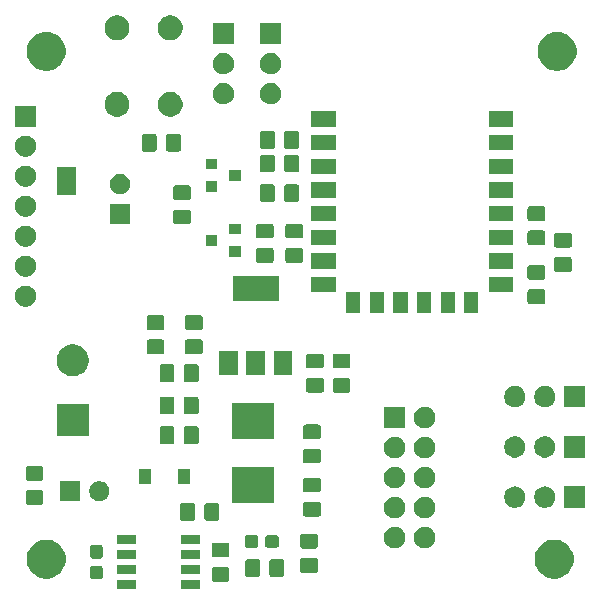
<source format=gts>
G04 #@! TF.GenerationSoftware,KiCad,Pcbnew,(5.1.5)-3*
G04 #@! TF.CreationDate,2021-05-19T18:43:05+02:00*
G04 #@! TF.ProjectId,esp12Board,65737031-3242-46f6-9172-642e6b696361,rev?*
G04 #@! TF.SameCoordinates,Original*
G04 #@! TF.FileFunction,Soldermask,Top*
G04 #@! TF.FilePolarity,Negative*
%FSLAX46Y46*%
G04 Gerber Fmt 4.6, Leading zero omitted, Abs format (unit mm)*
G04 Created by KiCad (PCBNEW (5.1.5)-3) date 2021-05-19 18:43:05*
%MOMM*%
%LPD*%
G04 APERTURE LIST*
%ADD10C,0.100000*%
G04 APERTURE END LIST*
D10*
G36*
X46525500Y-84031000D02*
G01*
X44898500Y-84031000D01*
X44898500Y-83279000D01*
X46525500Y-83279000D01*
X46525500Y-84031000D01*
G37*
G36*
X41101500Y-84031000D02*
G01*
X39474500Y-84031000D01*
X39474500Y-83279000D01*
X41101500Y-83279000D01*
X41101500Y-84031000D01*
G37*
G36*
X48838674Y-82153465D02*
G01*
X48876367Y-82164899D01*
X48911103Y-82183466D01*
X48941548Y-82208452D01*
X48966534Y-82238897D01*
X48985101Y-82273633D01*
X48996535Y-82311326D01*
X49001000Y-82356661D01*
X49001000Y-83193339D01*
X48996535Y-83238674D01*
X48985101Y-83276367D01*
X48966534Y-83311103D01*
X48941548Y-83341548D01*
X48911103Y-83366534D01*
X48876367Y-83385101D01*
X48838674Y-83396535D01*
X48793339Y-83401000D01*
X47706661Y-83401000D01*
X47661326Y-83396535D01*
X47623633Y-83385101D01*
X47588897Y-83366534D01*
X47558452Y-83341548D01*
X47533466Y-83311103D01*
X47514899Y-83276367D01*
X47503465Y-83238674D01*
X47499000Y-83193339D01*
X47499000Y-82356661D01*
X47503465Y-82311326D01*
X47514899Y-82273633D01*
X47533466Y-82238897D01*
X47558452Y-82208452D01*
X47588897Y-82183466D01*
X47623633Y-82164899D01*
X47661326Y-82153465D01*
X47706661Y-82149000D01*
X48793339Y-82149000D01*
X48838674Y-82153465D01*
G37*
G36*
X38114499Y-82053445D02*
G01*
X38151995Y-82064820D01*
X38186554Y-82083292D01*
X38216847Y-82108153D01*
X38241708Y-82138446D01*
X38260180Y-82173005D01*
X38271555Y-82210501D01*
X38276000Y-82255638D01*
X38276000Y-82994362D01*
X38271555Y-83039499D01*
X38260180Y-83076995D01*
X38241708Y-83111554D01*
X38216847Y-83141847D01*
X38186554Y-83166708D01*
X38151995Y-83185180D01*
X38114499Y-83196555D01*
X38069362Y-83201000D01*
X37430638Y-83201000D01*
X37385501Y-83196555D01*
X37348005Y-83185180D01*
X37313446Y-83166708D01*
X37283153Y-83141847D01*
X37258292Y-83111554D01*
X37239820Y-83076995D01*
X37228445Y-83039499D01*
X37224000Y-82994362D01*
X37224000Y-82255638D01*
X37228445Y-82210501D01*
X37239820Y-82173005D01*
X37258292Y-82138446D01*
X37283153Y-82108153D01*
X37313446Y-82083292D01*
X37348005Y-82064820D01*
X37385501Y-82053445D01*
X37430638Y-82049000D01*
X38069362Y-82049000D01*
X38114499Y-82053445D01*
G37*
G36*
X33875256Y-79891298D02*
G01*
X33981579Y-79912447D01*
X34282042Y-80036903D01*
X34552451Y-80217585D01*
X34782415Y-80447549D01*
X34884948Y-80601000D01*
X34963098Y-80717960D01*
X35087553Y-81018422D01*
X35151000Y-81337389D01*
X35151000Y-81662611D01*
X35149297Y-81671173D01*
X35087553Y-81981579D01*
X34963097Y-82282042D01*
X34782415Y-82552451D01*
X34552451Y-82782415D01*
X34282042Y-82963097D01*
X34282041Y-82963098D01*
X34282040Y-82963098D01*
X34201316Y-82996535D01*
X33981579Y-83087553D01*
X33875256Y-83108702D01*
X33662611Y-83151000D01*
X33337389Y-83151000D01*
X33124744Y-83108702D01*
X33018421Y-83087553D01*
X32798684Y-82996535D01*
X32717960Y-82963098D01*
X32717959Y-82963098D01*
X32717958Y-82963097D01*
X32447549Y-82782415D01*
X32217585Y-82552451D01*
X32036903Y-82282042D01*
X31912447Y-81981579D01*
X31850703Y-81671173D01*
X31849000Y-81662611D01*
X31849000Y-81337389D01*
X31912447Y-81018422D01*
X32036902Y-80717960D01*
X32115052Y-80601000D01*
X32217585Y-80447549D01*
X32447549Y-80217585D01*
X32717958Y-80036903D01*
X33018421Y-79912447D01*
X33124744Y-79891298D01*
X33337389Y-79849000D01*
X33662611Y-79849000D01*
X33875256Y-79891298D01*
G37*
G36*
X76875256Y-79891298D02*
G01*
X76981579Y-79912447D01*
X77282042Y-80036903D01*
X77552451Y-80217585D01*
X77782415Y-80447549D01*
X77884948Y-80601000D01*
X77963098Y-80717960D01*
X78087553Y-81018422D01*
X78151000Y-81337389D01*
X78151000Y-81662611D01*
X78149297Y-81671173D01*
X78087553Y-81981579D01*
X77963097Y-82282042D01*
X77782415Y-82552451D01*
X77552451Y-82782415D01*
X77282042Y-82963097D01*
X77282041Y-82963098D01*
X77282040Y-82963098D01*
X77201316Y-82996535D01*
X76981579Y-83087553D01*
X76875256Y-83108702D01*
X76662611Y-83151000D01*
X76337389Y-83151000D01*
X76124744Y-83108702D01*
X76018421Y-83087553D01*
X75798684Y-82996535D01*
X75717960Y-82963098D01*
X75717959Y-82963098D01*
X75717958Y-82963097D01*
X75447549Y-82782415D01*
X75217585Y-82552451D01*
X75036903Y-82282042D01*
X74912447Y-81981579D01*
X74850703Y-81671173D01*
X74849000Y-81662611D01*
X74849000Y-81337389D01*
X74912447Y-81018422D01*
X75036902Y-80717960D01*
X75115052Y-80601000D01*
X75217585Y-80447549D01*
X75447549Y-80217585D01*
X75717958Y-80036903D01*
X76018421Y-79912447D01*
X76124744Y-79891298D01*
X76337389Y-79849000D01*
X76662611Y-79849000D01*
X76875256Y-79891298D01*
G37*
G36*
X53488674Y-81503465D02*
G01*
X53526367Y-81514899D01*
X53561103Y-81533466D01*
X53591548Y-81558452D01*
X53616534Y-81588897D01*
X53635101Y-81623633D01*
X53646535Y-81661326D01*
X53651000Y-81706661D01*
X53651000Y-82793339D01*
X53646535Y-82838674D01*
X53635101Y-82876367D01*
X53616534Y-82911103D01*
X53591548Y-82941548D01*
X53561103Y-82966534D01*
X53526367Y-82985101D01*
X53488674Y-82996535D01*
X53443339Y-83001000D01*
X52606661Y-83001000D01*
X52561326Y-82996535D01*
X52523633Y-82985101D01*
X52488897Y-82966534D01*
X52458452Y-82941548D01*
X52433466Y-82911103D01*
X52414899Y-82876367D01*
X52403465Y-82838674D01*
X52399000Y-82793339D01*
X52399000Y-81706661D01*
X52403465Y-81661326D01*
X52414899Y-81623633D01*
X52433466Y-81588897D01*
X52458452Y-81558452D01*
X52488897Y-81533466D01*
X52523633Y-81514899D01*
X52561326Y-81503465D01*
X52606661Y-81499000D01*
X53443339Y-81499000D01*
X53488674Y-81503465D01*
G37*
G36*
X51438674Y-81503465D02*
G01*
X51476367Y-81514899D01*
X51511103Y-81533466D01*
X51541548Y-81558452D01*
X51566534Y-81588897D01*
X51585101Y-81623633D01*
X51596535Y-81661326D01*
X51601000Y-81706661D01*
X51601000Y-82793339D01*
X51596535Y-82838674D01*
X51585101Y-82876367D01*
X51566534Y-82911103D01*
X51541548Y-82941548D01*
X51511103Y-82966534D01*
X51476367Y-82985101D01*
X51438674Y-82996535D01*
X51393339Y-83001000D01*
X50556661Y-83001000D01*
X50511326Y-82996535D01*
X50473633Y-82985101D01*
X50438897Y-82966534D01*
X50408452Y-82941548D01*
X50383466Y-82911103D01*
X50364899Y-82876367D01*
X50353465Y-82838674D01*
X50349000Y-82793339D01*
X50349000Y-81706661D01*
X50353465Y-81661326D01*
X50364899Y-81623633D01*
X50383466Y-81588897D01*
X50408452Y-81558452D01*
X50438897Y-81533466D01*
X50473633Y-81514899D01*
X50511326Y-81503465D01*
X50556661Y-81499000D01*
X51393339Y-81499000D01*
X51438674Y-81503465D01*
G37*
G36*
X41101500Y-82761000D02*
G01*
X39474500Y-82761000D01*
X39474500Y-82009000D01*
X41101500Y-82009000D01*
X41101500Y-82761000D01*
G37*
G36*
X46525500Y-82761000D02*
G01*
X44898500Y-82761000D01*
X44898500Y-82009000D01*
X46525500Y-82009000D01*
X46525500Y-82761000D01*
G37*
G36*
X56338674Y-81403465D02*
G01*
X56376367Y-81414899D01*
X56411103Y-81433466D01*
X56441548Y-81458452D01*
X56466534Y-81488897D01*
X56485101Y-81523633D01*
X56496535Y-81561326D01*
X56501000Y-81606661D01*
X56501000Y-82443339D01*
X56496535Y-82488674D01*
X56485101Y-82526367D01*
X56466534Y-82561103D01*
X56441548Y-82591548D01*
X56411103Y-82616534D01*
X56376367Y-82635101D01*
X56338674Y-82646535D01*
X56293339Y-82651000D01*
X55206661Y-82651000D01*
X55161326Y-82646535D01*
X55123633Y-82635101D01*
X55088897Y-82616534D01*
X55058452Y-82591548D01*
X55033466Y-82561103D01*
X55014899Y-82526367D01*
X55003465Y-82488674D01*
X54999000Y-82443339D01*
X54999000Y-81606661D01*
X55003465Y-81561326D01*
X55014899Y-81523633D01*
X55033466Y-81488897D01*
X55058452Y-81458452D01*
X55088897Y-81433466D01*
X55123633Y-81414899D01*
X55161326Y-81403465D01*
X55206661Y-81399000D01*
X56293339Y-81399000D01*
X56338674Y-81403465D01*
G37*
G36*
X46525500Y-81491000D02*
G01*
X44898500Y-81491000D01*
X44898500Y-80739000D01*
X46525500Y-80739000D01*
X46525500Y-81491000D01*
G37*
G36*
X41101500Y-81491000D02*
G01*
X39474500Y-81491000D01*
X39474500Y-80739000D01*
X41101500Y-80739000D01*
X41101500Y-81491000D01*
G37*
G36*
X38114499Y-80303445D02*
G01*
X38151995Y-80314820D01*
X38186554Y-80333292D01*
X38216847Y-80358153D01*
X38241708Y-80388446D01*
X38260180Y-80423005D01*
X38271555Y-80460501D01*
X38276000Y-80505638D01*
X38276000Y-81244362D01*
X38271555Y-81289499D01*
X38260180Y-81326995D01*
X38241708Y-81361554D01*
X38216847Y-81391847D01*
X38186554Y-81416708D01*
X38151995Y-81435180D01*
X38114499Y-81446555D01*
X38069362Y-81451000D01*
X37430638Y-81451000D01*
X37385501Y-81446555D01*
X37348005Y-81435180D01*
X37313446Y-81416708D01*
X37283153Y-81391847D01*
X37258292Y-81361554D01*
X37239820Y-81326995D01*
X37228445Y-81289499D01*
X37224000Y-81244362D01*
X37224000Y-80505638D01*
X37228445Y-80460501D01*
X37239820Y-80423005D01*
X37258292Y-80388446D01*
X37283153Y-80358153D01*
X37313446Y-80333292D01*
X37348005Y-80314820D01*
X37385501Y-80303445D01*
X37430638Y-80299000D01*
X38069362Y-80299000D01*
X38114499Y-80303445D01*
G37*
G36*
X48838674Y-80103465D02*
G01*
X48876367Y-80114899D01*
X48911103Y-80133466D01*
X48941548Y-80158452D01*
X48966534Y-80188897D01*
X48985101Y-80223633D01*
X48996535Y-80261326D01*
X49001000Y-80306661D01*
X49001000Y-81143339D01*
X48996535Y-81188674D01*
X48985101Y-81226367D01*
X48966534Y-81261103D01*
X48941548Y-81291548D01*
X48911103Y-81316534D01*
X48876367Y-81335101D01*
X48838674Y-81346535D01*
X48793339Y-81351000D01*
X47706661Y-81351000D01*
X47661326Y-81346535D01*
X47623633Y-81335101D01*
X47588897Y-81316534D01*
X47558452Y-81291548D01*
X47533466Y-81261103D01*
X47514899Y-81226367D01*
X47503465Y-81188674D01*
X47499000Y-81143339D01*
X47499000Y-80306661D01*
X47503465Y-80261326D01*
X47514899Y-80223633D01*
X47533466Y-80188897D01*
X47558452Y-80158452D01*
X47588897Y-80133466D01*
X47623633Y-80114899D01*
X47661326Y-80103465D01*
X47706661Y-80099000D01*
X48793339Y-80099000D01*
X48838674Y-80103465D01*
G37*
G36*
X56338674Y-79353465D02*
G01*
X56376367Y-79364899D01*
X56411103Y-79383466D01*
X56441548Y-79408452D01*
X56466534Y-79438897D01*
X56485101Y-79473633D01*
X56496535Y-79511326D01*
X56501000Y-79556661D01*
X56501000Y-80393339D01*
X56496535Y-80438674D01*
X56485102Y-80476364D01*
X56466534Y-80511103D01*
X56441548Y-80541548D01*
X56411103Y-80566534D01*
X56376367Y-80585101D01*
X56338674Y-80596535D01*
X56293339Y-80601000D01*
X55206661Y-80601000D01*
X55161326Y-80596535D01*
X55123633Y-80585101D01*
X55088897Y-80566534D01*
X55058452Y-80541548D01*
X55033466Y-80511103D01*
X55014898Y-80476364D01*
X55003465Y-80438674D01*
X54999000Y-80393339D01*
X54999000Y-79556661D01*
X55003465Y-79511326D01*
X55014899Y-79473633D01*
X55033466Y-79438897D01*
X55058452Y-79408452D01*
X55088897Y-79383466D01*
X55123633Y-79364899D01*
X55161326Y-79353465D01*
X55206661Y-79349000D01*
X56293339Y-79349000D01*
X56338674Y-79353465D01*
G37*
G36*
X63266778Y-78780547D02*
G01*
X63433224Y-78849491D01*
X63583022Y-78949583D01*
X63710417Y-79076978D01*
X63810509Y-79226776D01*
X63879453Y-79393222D01*
X63914600Y-79569918D01*
X63914600Y-79750082D01*
X63879453Y-79926778D01*
X63810509Y-80093224D01*
X63710417Y-80243022D01*
X63583022Y-80370417D01*
X63433224Y-80470509D01*
X63266778Y-80539453D01*
X63090082Y-80574600D01*
X62909918Y-80574600D01*
X62733222Y-80539453D01*
X62566776Y-80470509D01*
X62416978Y-80370417D01*
X62289583Y-80243022D01*
X62189491Y-80093224D01*
X62120547Y-79926778D01*
X62085400Y-79750082D01*
X62085400Y-79569918D01*
X62120547Y-79393222D01*
X62189491Y-79226776D01*
X62289583Y-79076978D01*
X62416978Y-78949583D01*
X62566776Y-78849491D01*
X62733222Y-78780547D01*
X62909918Y-78745400D01*
X63090082Y-78745400D01*
X63266778Y-78780547D01*
G37*
G36*
X65806778Y-78780547D02*
G01*
X65973224Y-78849491D01*
X66123022Y-78949583D01*
X66250417Y-79076978D01*
X66350509Y-79226776D01*
X66419453Y-79393222D01*
X66454600Y-79569918D01*
X66454600Y-79750082D01*
X66419453Y-79926778D01*
X66350509Y-80093224D01*
X66250417Y-80243022D01*
X66123022Y-80370417D01*
X65973224Y-80470509D01*
X65806778Y-80539453D01*
X65630082Y-80574600D01*
X65449918Y-80574600D01*
X65273222Y-80539453D01*
X65106776Y-80470509D01*
X64956978Y-80370417D01*
X64829583Y-80243022D01*
X64729491Y-80093224D01*
X64660547Y-79926778D01*
X64625400Y-79750082D01*
X64625400Y-79569918D01*
X64660547Y-79393222D01*
X64729491Y-79226776D01*
X64829583Y-79076978D01*
X64956978Y-78949583D01*
X65106776Y-78849491D01*
X65273222Y-78780547D01*
X65449918Y-78745400D01*
X65630082Y-78745400D01*
X65806778Y-78780547D01*
G37*
G36*
X53039499Y-79478445D02*
G01*
X53076995Y-79489820D01*
X53111554Y-79508292D01*
X53141847Y-79533153D01*
X53166708Y-79563446D01*
X53185180Y-79598005D01*
X53196555Y-79635501D01*
X53201000Y-79680638D01*
X53201000Y-80319362D01*
X53196555Y-80364499D01*
X53185180Y-80401995D01*
X53166708Y-80436554D01*
X53141847Y-80466847D01*
X53111554Y-80491708D01*
X53076995Y-80510180D01*
X53039499Y-80521555D01*
X52994362Y-80526000D01*
X52255638Y-80526000D01*
X52210501Y-80521555D01*
X52173005Y-80510180D01*
X52138446Y-80491708D01*
X52108153Y-80466847D01*
X52083292Y-80436554D01*
X52064820Y-80401995D01*
X52053445Y-80364499D01*
X52049000Y-80319362D01*
X52049000Y-79680638D01*
X52053445Y-79635501D01*
X52064820Y-79598005D01*
X52083292Y-79563446D01*
X52108153Y-79533153D01*
X52138446Y-79508292D01*
X52173005Y-79489820D01*
X52210501Y-79478445D01*
X52255638Y-79474000D01*
X52994362Y-79474000D01*
X53039499Y-79478445D01*
G37*
G36*
X51289499Y-79478445D02*
G01*
X51326995Y-79489820D01*
X51361554Y-79508292D01*
X51391847Y-79533153D01*
X51416708Y-79563446D01*
X51435180Y-79598005D01*
X51446555Y-79635501D01*
X51451000Y-79680638D01*
X51451000Y-80319362D01*
X51446555Y-80364499D01*
X51435180Y-80401995D01*
X51416708Y-80436554D01*
X51391847Y-80466847D01*
X51361554Y-80491708D01*
X51326995Y-80510180D01*
X51289499Y-80521555D01*
X51244362Y-80526000D01*
X50505638Y-80526000D01*
X50460501Y-80521555D01*
X50423005Y-80510180D01*
X50388446Y-80491708D01*
X50358153Y-80466847D01*
X50333292Y-80436554D01*
X50314820Y-80401995D01*
X50303445Y-80364499D01*
X50299000Y-80319362D01*
X50299000Y-79680638D01*
X50303445Y-79635501D01*
X50314820Y-79598005D01*
X50333292Y-79563446D01*
X50358153Y-79533153D01*
X50388446Y-79508292D01*
X50423005Y-79489820D01*
X50460501Y-79478445D01*
X50505638Y-79474000D01*
X51244362Y-79474000D01*
X51289499Y-79478445D01*
G37*
G36*
X46525500Y-80221000D02*
G01*
X44898500Y-80221000D01*
X44898500Y-79469000D01*
X46525500Y-79469000D01*
X46525500Y-80221000D01*
G37*
G36*
X41101500Y-80221000D02*
G01*
X39474500Y-80221000D01*
X39474500Y-79469000D01*
X41101500Y-79469000D01*
X41101500Y-80221000D01*
G37*
G36*
X45938674Y-76753465D02*
G01*
X45976367Y-76764899D01*
X46011103Y-76783466D01*
X46041548Y-76808452D01*
X46066534Y-76838897D01*
X46085101Y-76873633D01*
X46096535Y-76911326D01*
X46101000Y-76956661D01*
X46101000Y-78043339D01*
X46096535Y-78088674D01*
X46085101Y-78126367D01*
X46066534Y-78161103D01*
X46041548Y-78191548D01*
X46011103Y-78216534D01*
X45976367Y-78235101D01*
X45938674Y-78246535D01*
X45893339Y-78251000D01*
X45056661Y-78251000D01*
X45011326Y-78246535D01*
X44973633Y-78235101D01*
X44938897Y-78216534D01*
X44908452Y-78191548D01*
X44883466Y-78161103D01*
X44864899Y-78126367D01*
X44853465Y-78088674D01*
X44849000Y-78043339D01*
X44849000Y-76956661D01*
X44853465Y-76911326D01*
X44864899Y-76873633D01*
X44883466Y-76838897D01*
X44908452Y-76808452D01*
X44938897Y-76783466D01*
X44973633Y-76764899D01*
X45011326Y-76753465D01*
X45056661Y-76749000D01*
X45893339Y-76749000D01*
X45938674Y-76753465D01*
G37*
G36*
X47988674Y-76753465D02*
G01*
X48026367Y-76764899D01*
X48061103Y-76783466D01*
X48091548Y-76808452D01*
X48116534Y-76838897D01*
X48135101Y-76873633D01*
X48146535Y-76911326D01*
X48151000Y-76956661D01*
X48151000Y-78043339D01*
X48146535Y-78088674D01*
X48135101Y-78126367D01*
X48116534Y-78161103D01*
X48091548Y-78191548D01*
X48061103Y-78216534D01*
X48026367Y-78235101D01*
X47988674Y-78246535D01*
X47943339Y-78251000D01*
X47106661Y-78251000D01*
X47061326Y-78246535D01*
X47023633Y-78235101D01*
X46988897Y-78216534D01*
X46958452Y-78191548D01*
X46933466Y-78161103D01*
X46914899Y-78126367D01*
X46903465Y-78088674D01*
X46899000Y-78043339D01*
X46899000Y-76956661D01*
X46903465Y-76911326D01*
X46914899Y-76873633D01*
X46933466Y-76838897D01*
X46958452Y-76808452D01*
X46988897Y-76783466D01*
X47023633Y-76764899D01*
X47061326Y-76753465D01*
X47106661Y-76749000D01*
X47943339Y-76749000D01*
X47988674Y-76753465D01*
G37*
G36*
X65806778Y-76240547D02*
G01*
X65973224Y-76309491D01*
X66123022Y-76409583D01*
X66250417Y-76536978D01*
X66350509Y-76686776D01*
X66419453Y-76853222D01*
X66454600Y-77029918D01*
X66454600Y-77210082D01*
X66419453Y-77386778D01*
X66350509Y-77553224D01*
X66250417Y-77703022D01*
X66123022Y-77830417D01*
X65973224Y-77930509D01*
X65806778Y-77999453D01*
X65630082Y-78034600D01*
X65449918Y-78034600D01*
X65273222Y-77999453D01*
X65106776Y-77930509D01*
X64956978Y-77830417D01*
X64829583Y-77703022D01*
X64729491Y-77553224D01*
X64660547Y-77386778D01*
X64625400Y-77210082D01*
X64625400Y-77029918D01*
X64660547Y-76853222D01*
X64729491Y-76686776D01*
X64829583Y-76536978D01*
X64956978Y-76409583D01*
X65106776Y-76309491D01*
X65273222Y-76240547D01*
X65449918Y-76205400D01*
X65630082Y-76205400D01*
X65806778Y-76240547D01*
G37*
G36*
X63266778Y-76240547D02*
G01*
X63433224Y-76309491D01*
X63583022Y-76409583D01*
X63710417Y-76536978D01*
X63810509Y-76686776D01*
X63879453Y-76853222D01*
X63914600Y-77029918D01*
X63914600Y-77210082D01*
X63879453Y-77386778D01*
X63810509Y-77553224D01*
X63710417Y-77703022D01*
X63583022Y-77830417D01*
X63433224Y-77930509D01*
X63266778Y-77999453D01*
X63090082Y-78034600D01*
X62909918Y-78034600D01*
X62733222Y-77999453D01*
X62566776Y-77930509D01*
X62416978Y-77830417D01*
X62289583Y-77703022D01*
X62189491Y-77553224D01*
X62120547Y-77386778D01*
X62085400Y-77210082D01*
X62085400Y-77029918D01*
X62120547Y-76853222D01*
X62189491Y-76686776D01*
X62289583Y-76536978D01*
X62416978Y-76409583D01*
X62566776Y-76309491D01*
X62733222Y-76240547D01*
X62909918Y-76205400D01*
X63090082Y-76205400D01*
X63266778Y-76240547D01*
G37*
G36*
X56588674Y-76653465D02*
G01*
X56626367Y-76664899D01*
X56661103Y-76683466D01*
X56691548Y-76708452D01*
X56716534Y-76738897D01*
X56735101Y-76773633D01*
X56746535Y-76811326D01*
X56751000Y-76856661D01*
X56751000Y-77693339D01*
X56746535Y-77738674D01*
X56735101Y-77776367D01*
X56716534Y-77811103D01*
X56691548Y-77841548D01*
X56661103Y-77866534D01*
X56626367Y-77885101D01*
X56588674Y-77896535D01*
X56543339Y-77901000D01*
X55456661Y-77901000D01*
X55411326Y-77896535D01*
X55373633Y-77885101D01*
X55338897Y-77866534D01*
X55308452Y-77841548D01*
X55283466Y-77811103D01*
X55264899Y-77776367D01*
X55253465Y-77738674D01*
X55249000Y-77693339D01*
X55249000Y-76856661D01*
X55253465Y-76811326D01*
X55264899Y-76773633D01*
X55283466Y-76738897D01*
X55308452Y-76708452D01*
X55338897Y-76683466D01*
X55373633Y-76664899D01*
X55411326Y-76653465D01*
X55456661Y-76649000D01*
X56543339Y-76649000D01*
X56588674Y-76653465D01*
G37*
G36*
X79151000Y-77151000D02*
G01*
X77349000Y-77151000D01*
X77349000Y-75349000D01*
X79151000Y-75349000D01*
X79151000Y-77151000D01*
G37*
G36*
X75823512Y-75353927D02*
G01*
X75972812Y-75383624D01*
X76136784Y-75451544D01*
X76284354Y-75550147D01*
X76409853Y-75675646D01*
X76508456Y-75823216D01*
X76576376Y-75987188D01*
X76611000Y-76161259D01*
X76611000Y-76338741D01*
X76576376Y-76512812D01*
X76508456Y-76676784D01*
X76409853Y-76824354D01*
X76284354Y-76949853D01*
X76136784Y-77048456D01*
X75972812Y-77116376D01*
X75823512Y-77146073D01*
X75798742Y-77151000D01*
X75621258Y-77151000D01*
X75596488Y-77146073D01*
X75447188Y-77116376D01*
X75283216Y-77048456D01*
X75135646Y-76949853D01*
X75010147Y-76824354D01*
X74911544Y-76676784D01*
X74843624Y-76512812D01*
X74809000Y-76338741D01*
X74809000Y-76161259D01*
X74843624Y-75987188D01*
X74911544Y-75823216D01*
X75010147Y-75675646D01*
X75135646Y-75550147D01*
X75283216Y-75451544D01*
X75447188Y-75383624D01*
X75596488Y-75353927D01*
X75621258Y-75349000D01*
X75798742Y-75349000D01*
X75823512Y-75353927D01*
G37*
G36*
X73283512Y-75353927D02*
G01*
X73432812Y-75383624D01*
X73596784Y-75451544D01*
X73744354Y-75550147D01*
X73869853Y-75675646D01*
X73968456Y-75823216D01*
X74036376Y-75987188D01*
X74071000Y-76161259D01*
X74071000Y-76338741D01*
X74036376Y-76512812D01*
X73968456Y-76676784D01*
X73869853Y-76824354D01*
X73744354Y-76949853D01*
X73596784Y-77048456D01*
X73432812Y-77116376D01*
X73283512Y-77146073D01*
X73258742Y-77151000D01*
X73081258Y-77151000D01*
X73056488Y-77146073D01*
X72907188Y-77116376D01*
X72743216Y-77048456D01*
X72595646Y-76949853D01*
X72470147Y-76824354D01*
X72371544Y-76676784D01*
X72303624Y-76512812D01*
X72269000Y-76338741D01*
X72269000Y-76161259D01*
X72303624Y-75987188D01*
X72371544Y-75823216D01*
X72470147Y-75675646D01*
X72595646Y-75550147D01*
X72743216Y-75451544D01*
X72907188Y-75383624D01*
X73056488Y-75353927D01*
X73081258Y-75349000D01*
X73258742Y-75349000D01*
X73283512Y-75353927D01*
G37*
G36*
X33088674Y-75653465D02*
G01*
X33126367Y-75664899D01*
X33161103Y-75683466D01*
X33191548Y-75708452D01*
X33216534Y-75738897D01*
X33235101Y-75773633D01*
X33246535Y-75811326D01*
X33251000Y-75856661D01*
X33251000Y-76693339D01*
X33246535Y-76738674D01*
X33235101Y-76776367D01*
X33216534Y-76811103D01*
X33191548Y-76841548D01*
X33161103Y-76866534D01*
X33126367Y-76885101D01*
X33088674Y-76896535D01*
X33043339Y-76901000D01*
X31956661Y-76901000D01*
X31911326Y-76896535D01*
X31873633Y-76885101D01*
X31838897Y-76866534D01*
X31808452Y-76841548D01*
X31783466Y-76811103D01*
X31764899Y-76776367D01*
X31753465Y-76738674D01*
X31749000Y-76693339D01*
X31749000Y-75856661D01*
X31753465Y-75811326D01*
X31764899Y-75773633D01*
X31783466Y-75738897D01*
X31808452Y-75708452D01*
X31838897Y-75683466D01*
X31873633Y-75664899D01*
X31911326Y-75653465D01*
X31956661Y-75649000D01*
X33043339Y-75649000D01*
X33088674Y-75653465D01*
G37*
G36*
X52801000Y-76751000D02*
G01*
X49199000Y-76751000D01*
X49199000Y-73699000D01*
X52801000Y-73699000D01*
X52801000Y-76751000D01*
G37*
G36*
X38248228Y-74931703D02*
G01*
X38403100Y-74995853D01*
X38542481Y-75088985D01*
X38661015Y-75207519D01*
X38754147Y-75346900D01*
X38818297Y-75501772D01*
X38851000Y-75666184D01*
X38851000Y-75833816D01*
X38818297Y-75998228D01*
X38754147Y-76153100D01*
X38661015Y-76292481D01*
X38542481Y-76411015D01*
X38403100Y-76504147D01*
X38248228Y-76568297D01*
X38083816Y-76601000D01*
X37916184Y-76601000D01*
X37751772Y-76568297D01*
X37596900Y-76504147D01*
X37457519Y-76411015D01*
X37338985Y-76292481D01*
X37245853Y-76153100D01*
X37181703Y-75998228D01*
X37149000Y-75833816D01*
X37149000Y-75666184D01*
X37181703Y-75501772D01*
X37245853Y-75346900D01*
X37338985Y-75207519D01*
X37457519Y-75088985D01*
X37596900Y-74995853D01*
X37751772Y-74931703D01*
X37916184Y-74899000D01*
X38083816Y-74899000D01*
X38248228Y-74931703D01*
G37*
G36*
X36351000Y-76601000D02*
G01*
X34649000Y-76601000D01*
X34649000Y-74899000D01*
X36351000Y-74899000D01*
X36351000Y-76601000D01*
G37*
G36*
X56588674Y-74603465D02*
G01*
X56626367Y-74614899D01*
X56661103Y-74633466D01*
X56691548Y-74658452D01*
X56716534Y-74688897D01*
X56735101Y-74723633D01*
X56746535Y-74761326D01*
X56751000Y-74806661D01*
X56751000Y-75643339D01*
X56746535Y-75688674D01*
X56735101Y-75726367D01*
X56716534Y-75761103D01*
X56691548Y-75791548D01*
X56661103Y-75816534D01*
X56626367Y-75835101D01*
X56588674Y-75846535D01*
X56543339Y-75851000D01*
X55456661Y-75851000D01*
X55411326Y-75846535D01*
X55373633Y-75835101D01*
X55338897Y-75816534D01*
X55308452Y-75791548D01*
X55283466Y-75761103D01*
X55264899Y-75726367D01*
X55253465Y-75688674D01*
X55249000Y-75643339D01*
X55249000Y-74806661D01*
X55253465Y-74761326D01*
X55264899Y-74723633D01*
X55283466Y-74688897D01*
X55308452Y-74658452D01*
X55338897Y-74633466D01*
X55373633Y-74614899D01*
X55411326Y-74603465D01*
X55456661Y-74599000D01*
X56543339Y-74599000D01*
X56588674Y-74603465D01*
G37*
G36*
X65806778Y-73700547D02*
G01*
X65973224Y-73769491D01*
X66123022Y-73869583D01*
X66250417Y-73996978D01*
X66350509Y-74146776D01*
X66419453Y-74313222D01*
X66454600Y-74489918D01*
X66454600Y-74670082D01*
X66419453Y-74846778D01*
X66350509Y-75013224D01*
X66250417Y-75163022D01*
X66123022Y-75290417D01*
X65973224Y-75390509D01*
X65806778Y-75459453D01*
X65630082Y-75494600D01*
X65449918Y-75494600D01*
X65273222Y-75459453D01*
X65106776Y-75390509D01*
X64956978Y-75290417D01*
X64829583Y-75163022D01*
X64729491Y-75013224D01*
X64660547Y-74846778D01*
X64625400Y-74670082D01*
X64625400Y-74489918D01*
X64660547Y-74313222D01*
X64729491Y-74146776D01*
X64829583Y-73996978D01*
X64956978Y-73869583D01*
X65106776Y-73769491D01*
X65273222Y-73700547D01*
X65449918Y-73665400D01*
X65630082Y-73665400D01*
X65806778Y-73700547D01*
G37*
G36*
X63266778Y-73700547D02*
G01*
X63433224Y-73769491D01*
X63583022Y-73869583D01*
X63710417Y-73996978D01*
X63810509Y-74146776D01*
X63879453Y-74313222D01*
X63914600Y-74489918D01*
X63914600Y-74670082D01*
X63879453Y-74846778D01*
X63810509Y-75013224D01*
X63710417Y-75163022D01*
X63583022Y-75290417D01*
X63433224Y-75390509D01*
X63266778Y-75459453D01*
X63090082Y-75494600D01*
X62909918Y-75494600D01*
X62733222Y-75459453D01*
X62566776Y-75390509D01*
X62416978Y-75290417D01*
X62289583Y-75163022D01*
X62189491Y-75013224D01*
X62120547Y-74846778D01*
X62085400Y-74670082D01*
X62085400Y-74489918D01*
X62120547Y-74313222D01*
X62189491Y-74146776D01*
X62289583Y-73996978D01*
X62416978Y-73869583D01*
X62566776Y-73769491D01*
X62733222Y-73700547D01*
X62909918Y-73665400D01*
X63090082Y-73665400D01*
X63266778Y-73700547D01*
G37*
G36*
X45651000Y-75151000D02*
G01*
X44649000Y-75151000D01*
X44649000Y-73849000D01*
X45651000Y-73849000D01*
X45651000Y-75151000D01*
G37*
G36*
X42351000Y-75151000D02*
G01*
X41349000Y-75151000D01*
X41349000Y-73849000D01*
X42351000Y-73849000D01*
X42351000Y-75151000D01*
G37*
G36*
X33088674Y-73603465D02*
G01*
X33126367Y-73614899D01*
X33161103Y-73633466D01*
X33191548Y-73658452D01*
X33216534Y-73688897D01*
X33235101Y-73723633D01*
X33246535Y-73761326D01*
X33251000Y-73806661D01*
X33251000Y-74643339D01*
X33246535Y-74688674D01*
X33235101Y-74726367D01*
X33216534Y-74761103D01*
X33191548Y-74791548D01*
X33161103Y-74816534D01*
X33126367Y-74835101D01*
X33088674Y-74846535D01*
X33043339Y-74851000D01*
X31956661Y-74851000D01*
X31911326Y-74846535D01*
X31873633Y-74835101D01*
X31838897Y-74816534D01*
X31808452Y-74791548D01*
X31783466Y-74761103D01*
X31764899Y-74726367D01*
X31753465Y-74688674D01*
X31749000Y-74643339D01*
X31749000Y-73806661D01*
X31753465Y-73761326D01*
X31764899Y-73723633D01*
X31783466Y-73688897D01*
X31808452Y-73658452D01*
X31838897Y-73633466D01*
X31873633Y-73614899D01*
X31911326Y-73603465D01*
X31956661Y-73599000D01*
X33043339Y-73599000D01*
X33088674Y-73603465D01*
G37*
G36*
X56588674Y-72153465D02*
G01*
X56626367Y-72164899D01*
X56661103Y-72183466D01*
X56691548Y-72208452D01*
X56716534Y-72238897D01*
X56735101Y-72273633D01*
X56746535Y-72311326D01*
X56751000Y-72356661D01*
X56751000Y-73193339D01*
X56746535Y-73238674D01*
X56735101Y-73276367D01*
X56716534Y-73311103D01*
X56691548Y-73341548D01*
X56661103Y-73366534D01*
X56626367Y-73385101D01*
X56588674Y-73396535D01*
X56543339Y-73401000D01*
X55456661Y-73401000D01*
X55411326Y-73396535D01*
X55373633Y-73385101D01*
X55338897Y-73366534D01*
X55308452Y-73341548D01*
X55283466Y-73311103D01*
X55264899Y-73276367D01*
X55253465Y-73238674D01*
X55249000Y-73193339D01*
X55249000Y-72356661D01*
X55253465Y-72311326D01*
X55264899Y-72273633D01*
X55283466Y-72238897D01*
X55308452Y-72208452D01*
X55338897Y-72183466D01*
X55373633Y-72164899D01*
X55411326Y-72153465D01*
X55456661Y-72149000D01*
X56543339Y-72149000D01*
X56588674Y-72153465D01*
G37*
G36*
X65806778Y-71160547D02*
G01*
X65973224Y-71229491D01*
X66123022Y-71329583D01*
X66250417Y-71456978D01*
X66350509Y-71606776D01*
X66419453Y-71773222D01*
X66454600Y-71949918D01*
X66454600Y-72130082D01*
X66419453Y-72306778D01*
X66350509Y-72473224D01*
X66250417Y-72623022D01*
X66123022Y-72750417D01*
X65973224Y-72850509D01*
X65806778Y-72919453D01*
X65630082Y-72954600D01*
X65449918Y-72954600D01*
X65273222Y-72919453D01*
X65106776Y-72850509D01*
X64956978Y-72750417D01*
X64829583Y-72623022D01*
X64729491Y-72473224D01*
X64660547Y-72306778D01*
X64625400Y-72130082D01*
X64625400Y-71949918D01*
X64660547Y-71773222D01*
X64729491Y-71606776D01*
X64829583Y-71456978D01*
X64956978Y-71329583D01*
X65106776Y-71229491D01*
X65273222Y-71160547D01*
X65449918Y-71125400D01*
X65630082Y-71125400D01*
X65806778Y-71160547D01*
G37*
G36*
X63266778Y-71160547D02*
G01*
X63433224Y-71229491D01*
X63583022Y-71329583D01*
X63710417Y-71456978D01*
X63810509Y-71606776D01*
X63879453Y-71773222D01*
X63914600Y-71949918D01*
X63914600Y-72130082D01*
X63879453Y-72306778D01*
X63810509Y-72473224D01*
X63710417Y-72623022D01*
X63583022Y-72750417D01*
X63433224Y-72850509D01*
X63266778Y-72919453D01*
X63090082Y-72954600D01*
X62909918Y-72954600D01*
X62733222Y-72919453D01*
X62566776Y-72850509D01*
X62416978Y-72750417D01*
X62289583Y-72623022D01*
X62189491Y-72473224D01*
X62120547Y-72306778D01*
X62085400Y-72130082D01*
X62085400Y-71949918D01*
X62120547Y-71773222D01*
X62189491Y-71606776D01*
X62289583Y-71456978D01*
X62416978Y-71329583D01*
X62566776Y-71229491D01*
X62733222Y-71160547D01*
X62909918Y-71125400D01*
X63090082Y-71125400D01*
X63266778Y-71160547D01*
G37*
G36*
X75823512Y-71103927D02*
G01*
X75972812Y-71133624D01*
X76136784Y-71201544D01*
X76284354Y-71300147D01*
X76409853Y-71425646D01*
X76508456Y-71573216D01*
X76576376Y-71737188D01*
X76611000Y-71911259D01*
X76611000Y-72088741D01*
X76576376Y-72262812D01*
X76508456Y-72426784D01*
X76409853Y-72574354D01*
X76284354Y-72699853D01*
X76136784Y-72798456D01*
X75972812Y-72866376D01*
X75823512Y-72896073D01*
X75798742Y-72901000D01*
X75621258Y-72901000D01*
X75596488Y-72896073D01*
X75447188Y-72866376D01*
X75283216Y-72798456D01*
X75135646Y-72699853D01*
X75010147Y-72574354D01*
X74911544Y-72426784D01*
X74843624Y-72262812D01*
X74809000Y-72088741D01*
X74809000Y-71911259D01*
X74843624Y-71737188D01*
X74911544Y-71573216D01*
X75010147Y-71425646D01*
X75135646Y-71300147D01*
X75283216Y-71201544D01*
X75447188Y-71133624D01*
X75596488Y-71103927D01*
X75621258Y-71099000D01*
X75798742Y-71099000D01*
X75823512Y-71103927D01*
G37*
G36*
X79151000Y-72901000D02*
G01*
X77349000Y-72901000D01*
X77349000Y-71099000D01*
X79151000Y-71099000D01*
X79151000Y-72901000D01*
G37*
G36*
X73283512Y-71103927D02*
G01*
X73432812Y-71133624D01*
X73596784Y-71201544D01*
X73744354Y-71300147D01*
X73869853Y-71425646D01*
X73968456Y-71573216D01*
X74036376Y-71737188D01*
X74071000Y-71911259D01*
X74071000Y-72088741D01*
X74036376Y-72262812D01*
X73968456Y-72426784D01*
X73869853Y-72574354D01*
X73744354Y-72699853D01*
X73596784Y-72798456D01*
X73432812Y-72866376D01*
X73283512Y-72896073D01*
X73258742Y-72901000D01*
X73081258Y-72901000D01*
X73056488Y-72896073D01*
X72907188Y-72866376D01*
X72743216Y-72798456D01*
X72595646Y-72699853D01*
X72470147Y-72574354D01*
X72371544Y-72426784D01*
X72303624Y-72262812D01*
X72269000Y-72088741D01*
X72269000Y-71911259D01*
X72303624Y-71737188D01*
X72371544Y-71573216D01*
X72470147Y-71425646D01*
X72595646Y-71300147D01*
X72743216Y-71201544D01*
X72907188Y-71133624D01*
X73056488Y-71103927D01*
X73081258Y-71099000D01*
X73258742Y-71099000D01*
X73283512Y-71103927D01*
G37*
G36*
X46238674Y-70253465D02*
G01*
X46276367Y-70264899D01*
X46311103Y-70283466D01*
X46341548Y-70308452D01*
X46366534Y-70338897D01*
X46385101Y-70373633D01*
X46396535Y-70411326D01*
X46401000Y-70456661D01*
X46401000Y-71543339D01*
X46396535Y-71588674D01*
X46385101Y-71626367D01*
X46366534Y-71661103D01*
X46341548Y-71691548D01*
X46311103Y-71716534D01*
X46276367Y-71735101D01*
X46238674Y-71746535D01*
X46193339Y-71751000D01*
X45356661Y-71751000D01*
X45311326Y-71746535D01*
X45273633Y-71735101D01*
X45238897Y-71716534D01*
X45208452Y-71691548D01*
X45183466Y-71661103D01*
X45164899Y-71626367D01*
X45153465Y-71588674D01*
X45149000Y-71543339D01*
X45149000Y-70456661D01*
X45153465Y-70411326D01*
X45164899Y-70373633D01*
X45183466Y-70338897D01*
X45208452Y-70308452D01*
X45238897Y-70283466D01*
X45273633Y-70264899D01*
X45311326Y-70253465D01*
X45356661Y-70249000D01*
X46193339Y-70249000D01*
X46238674Y-70253465D01*
G37*
G36*
X44188674Y-70253465D02*
G01*
X44226367Y-70264899D01*
X44261103Y-70283466D01*
X44291548Y-70308452D01*
X44316534Y-70338897D01*
X44335101Y-70373633D01*
X44346535Y-70411326D01*
X44351000Y-70456661D01*
X44351000Y-71543339D01*
X44346535Y-71588674D01*
X44335101Y-71626367D01*
X44316534Y-71661103D01*
X44291548Y-71691548D01*
X44261103Y-71716534D01*
X44226367Y-71735101D01*
X44188674Y-71746535D01*
X44143339Y-71751000D01*
X43306661Y-71751000D01*
X43261326Y-71746535D01*
X43223633Y-71735101D01*
X43188897Y-71716534D01*
X43158452Y-71691548D01*
X43133466Y-71661103D01*
X43114899Y-71626367D01*
X43103465Y-71588674D01*
X43099000Y-71543339D01*
X43099000Y-70456661D01*
X43103465Y-70411326D01*
X43114899Y-70373633D01*
X43133466Y-70338897D01*
X43158452Y-70308452D01*
X43188897Y-70283466D01*
X43223633Y-70264899D01*
X43261326Y-70253465D01*
X43306661Y-70249000D01*
X44143339Y-70249000D01*
X44188674Y-70253465D01*
G37*
G36*
X56588674Y-70103465D02*
G01*
X56626367Y-70114899D01*
X56661103Y-70133466D01*
X56691548Y-70158452D01*
X56716534Y-70188897D01*
X56735101Y-70223633D01*
X56746535Y-70261326D01*
X56751000Y-70306661D01*
X56751000Y-71143339D01*
X56746535Y-71188674D01*
X56735101Y-71226367D01*
X56716534Y-71261103D01*
X56691548Y-71291548D01*
X56661103Y-71316534D01*
X56626367Y-71335101D01*
X56588674Y-71346535D01*
X56543339Y-71351000D01*
X55456661Y-71351000D01*
X55411326Y-71346535D01*
X55373633Y-71335101D01*
X55338897Y-71316534D01*
X55308452Y-71291548D01*
X55283466Y-71261103D01*
X55264899Y-71226367D01*
X55253465Y-71188674D01*
X55249000Y-71143339D01*
X55249000Y-70306661D01*
X55253465Y-70261326D01*
X55264899Y-70223633D01*
X55283466Y-70188897D01*
X55308452Y-70158452D01*
X55338897Y-70133466D01*
X55373633Y-70114899D01*
X55411326Y-70103465D01*
X55456661Y-70099000D01*
X56543339Y-70099000D01*
X56588674Y-70103465D01*
G37*
G36*
X52801000Y-71301000D02*
G01*
X49199000Y-71301000D01*
X49199000Y-68249000D01*
X52801000Y-68249000D01*
X52801000Y-71301000D01*
G37*
G36*
X37101000Y-71101000D02*
G01*
X34399000Y-71101000D01*
X34399000Y-68399000D01*
X37101000Y-68399000D01*
X37101000Y-71101000D01*
G37*
G36*
X65806778Y-68620547D02*
G01*
X65973224Y-68689491D01*
X66123022Y-68789583D01*
X66250417Y-68916978D01*
X66350509Y-69066776D01*
X66419453Y-69233222D01*
X66454600Y-69409918D01*
X66454600Y-69590082D01*
X66419453Y-69766778D01*
X66350509Y-69933224D01*
X66250417Y-70083022D01*
X66123022Y-70210417D01*
X65973224Y-70310509D01*
X65806778Y-70379453D01*
X65630082Y-70414600D01*
X65449918Y-70414600D01*
X65273222Y-70379453D01*
X65106776Y-70310509D01*
X64956978Y-70210417D01*
X64829583Y-70083022D01*
X64729491Y-69933224D01*
X64660547Y-69766778D01*
X64625400Y-69590082D01*
X64625400Y-69409918D01*
X64660547Y-69233222D01*
X64729491Y-69066776D01*
X64829583Y-68916978D01*
X64956978Y-68789583D01*
X65106776Y-68689491D01*
X65273222Y-68620547D01*
X65449918Y-68585400D01*
X65630082Y-68585400D01*
X65806778Y-68620547D01*
G37*
G36*
X63914600Y-70414600D02*
G01*
X62085400Y-70414600D01*
X62085400Y-68585400D01*
X63914600Y-68585400D01*
X63914600Y-70414600D01*
G37*
G36*
X46238674Y-67753465D02*
G01*
X46276367Y-67764899D01*
X46311103Y-67783466D01*
X46341548Y-67808452D01*
X46366534Y-67838897D01*
X46385101Y-67873633D01*
X46396535Y-67911326D01*
X46401000Y-67956661D01*
X46401000Y-69043339D01*
X46396535Y-69088674D01*
X46385101Y-69126367D01*
X46366534Y-69161103D01*
X46341548Y-69191548D01*
X46311103Y-69216534D01*
X46276367Y-69235101D01*
X46238674Y-69246535D01*
X46193339Y-69251000D01*
X45356661Y-69251000D01*
X45311326Y-69246535D01*
X45273633Y-69235101D01*
X45238897Y-69216534D01*
X45208452Y-69191548D01*
X45183466Y-69161103D01*
X45164899Y-69126367D01*
X45153465Y-69088674D01*
X45149000Y-69043339D01*
X45149000Y-67956661D01*
X45153465Y-67911326D01*
X45164899Y-67873633D01*
X45183466Y-67838897D01*
X45208452Y-67808452D01*
X45238897Y-67783466D01*
X45273633Y-67764899D01*
X45311326Y-67753465D01*
X45356661Y-67749000D01*
X46193339Y-67749000D01*
X46238674Y-67753465D01*
G37*
G36*
X44188674Y-67753465D02*
G01*
X44226367Y-67764899D01*
X44261103Y-67783466D01*
X44291548Y-67808452D01*
X44316534Y-67838897D01*
X44335101Y-67873633D01*
X44346535Y-67911326D01*
X44351000Y-67956661D01*
X44351000Y-69043339D01*
X44346535Y-69088674D01*
X44335101Y-69126367D01*
X44316534Y-69161103D01*
X44291548Y-69191548D01*
X44261103Y-69216534D01*
X44226367Y-69235101D01*
X44188674Y-69246535D01*
X44143339Y-69251000D01*
X43306661Y-69251000D01*
X43261326Y-69246535D01*
X43223633Y-69235101D01*
X43188897Y-69216534D01*
X43158452Y-69191548D01*
X43133466Y-69161103D01*
X43114899Y-69126367D01*
X43103465Y-69088674D01*
X43099000Y-69043339D01*
X43099000Y-67956661D01*
X43103465Y-67911326D01*
X43114899Y-67873633D01*
X43133466Y-67838897D01*
X43158452Y-67808452D01*
X43188897Y-67783466D01*
X43223633Y-67764899D01*
X43261326Y-67753465D01*
X43306661Y-67749000D01*
X44143339Y-67749000D01*
X44188674Y-67753465D01*
G37*
G36*
X79151000Y-68651000D02*
G01*
X77349000Y-68651000D01*
X77349000Y-66849000D01*
X79151000Y-66849000D01*
X79151000Y-68651000D01*
G37*
G36*
X75823512Y-66853927D02*
G01*
X75972812Y-66883624D01*
X76136784Y-66951544D01*
X76284354Y-67050147D01*
X76409853Y-67175646D01*
X76508456Y-67323216D01*
X76576376Y-67487188D01*
X76611000Y-67661259D01*
X76611000Y-67838741D01*
X76576376Y-68012812D01*
X76508456Y-68176784D01*
X76409853Y-68324354D01*
X76284354Y-68449853D01*
X76136784Y-68548456D01*
X75972812Y-68616376D01*
X75823512Y-68646073D01*
X75798742Y-68651000D01*
X75621258Y-68651000D01*
X75596488Y-68646073D01*
X75447188Y-68616376D01*
X75283216Y-68548456D01*
X75135646Y-68449853D01*
X75010147Y-68324354D01*
X74911544Y-68176784D01*
X74843624Y-68012812D01*
X74809000Y-67838741D01*
X74809000Y-67661259D01*
X74843624Y-67487188D01*
X74911544Y-67323216D01*
X75010147Y-67175646D01*
X75135646Y-67050147D01*
X75283216Y-66951544D01*
X75447188Y-66883624D01*
X75596488Y-66853927D01*
X75621258Y-66849000D01*
X75798742Y-66849000D01*
X75823512Y-66853927D01*
G37*
G36*
X73283512Y-66853927D02*
G01*
X73432812Y-66883624D01*
X73596784Y-66951544D01*
X73744354Y-67050147D01*
X73869853Y-67175646D01*
X73968456Y-67323216D01*
X74036376Y-67487188D01*
X74071000Y-67661259D01*
X74071000Y-67838741D01*
X74036376Y-68012812D01*
X73968456Y-68176784D01*
X73869853Y-68324354D01*
X73744354Y-68449853D01*
X73596784Y-68548456D01*
X73432812Y-68616376D01*
X73283512Y-68646073D01*
X73258742Y-68651000D01*
X73081258Y-68651000D01*
X73056488Y-68646073D01*
X72907188Y-68616376D01*
X72743216Y-68548456D01*
X72595646Y-68449853D01*
X72470147Y-68324354D01*
X72371544Y-68176784D01*
X72303624Y-68012812D01*
X72269000Y-67838741D01*
X72269000Y-67661259D01*
X72303624Y-67487188D01*
X72371544Y-67323216D01*
X72470147Y-67175646D01*
X72595646Y-67050147D01*
X72743216Y-66951544D01*
X72907188Y-66883624D01*
X73056488Y-66853927D01*
X73081258Y-66849000D01*
X73258742Y-66849000D01*
X73283512Y-66853927D01*
G37*
G36*
X56838674Y-66153465D02*
G01*
X56876367Y-66164899D01*
X56911103Y-66183466D01*
X56941548Y-66208452D01*
X56966534Y-66238897D01*
X56985101Y-66273633D01*
X56996535Y-66311326D01*
X57001000Y-66356661D01*
X57001000Y-67193339D01*
X56996535Y-67238674D01*
X56985101Y-67276367D01*
X56966534Y-67311103D01*
X56941548Y-67341548D01*
X56911103Y-67366534D01*
X56876367Y-67385101D01*
X56838674Y-67396535D01*
X56793339Y-67401000D01*
X55706661Y-67401000D01*
X55661326Y-67396535D01*
X55623633Y-67385101D01*
X55588897Y-67366534D01*
X55558452Y-67341548D01*
X55533466Y-67311103D01*
X55514899Y-67276367D01*
X55503465Y-67238674D01*
X55499000Y-67193339D01*
X55499000Y-66356661D01*
X55503465Y-66311326D01*
X55514899Y-66273633D01*
X55533466Y-66238897D01*
X55558452Y-66208452D01*
X55588897Y-66183466D01*
X55623633Y-66164899D01*
X55661326Y-66153465D01*
X55706661Y-66149000D01*
X56793339Y-66149000D01*
X56838674Y-66153465D01*
G37*
G36*
X59088674Y-66153465D02*
G01*
X59126367Y-66164899D01*
X59161103Y-66183466D01*
X59191548Y-66208452D01*
X59216534Y-66238897D01*
X59235101Y-66273633D01*
X59246535Y-66311326D01*
X59251000Y-66356661D01*
X59251000Y-67193339D01*
X59246535Y-67238674D01*
X59235101Y-67276367D01*
X59216534Y-67311103D01*
X59191548Y-67341548D01*
X59161103Y-67366534D01*
X59126367Y-67385101D01*
X59088674Y-67396535D01*
X59043339Y-67401000D01*
X57956661Y-67401000D01*
X57911326Y-67396535D01*
X57873633Y-67385101D01*
X57838897Y-67366534D01*
X57808452Y-67341548D01*
X57783466Y-67311103D01*
X57764899Y-67276367D01*
X57753465Y-67238674D01*
X57749000Y-67193339D01*
X57749000Y-66356661D01*
X57753465Y-66311326D01*
X57764899Y-66273633D01*
X57783466Y-66238897D01*
X57808452Y-66208452D01*
X57838897Y-66183466D01*
X57873633Y-66164899D01*
X57911326Y-66153465D01*
X57956661Y-66149000D01*
X59043339Y-66149000D01*
X59088674Y-66153465D01*
G37*
G36*
X46238674Y-65003465D02*
G01*
X46276367Y-65014899D01*
X46311103Y-65033466D01*
X46341548Y-65058452D01*
X46366534Y-65088897D01*
X46385101Y-65123633D01*
X46396535Y-65161326D01*
X46401000Y-65206661D01*
X46401000Y-66293339D01*
X46396535Y-66338674D01*
X46385101Y-66376367D01*
X46366534Y-66411103D01*
X46341548Y-66441548D01*
X46311103Y-66466534D01*
X46276367Y-66485101D01*
X46238674Y-66496535D01*
X46193339Y-66501000D01*
X45356661Y-66501000D01*
X45311326Y-66496535D01*
X45273633Y-66485101D01*
X45238897Y-66466534D01*
X45208452Y-66441548D01*
X45183466Y-66411103D01*
X45164899Y-66376367D01*
X45153465Y-66338674D01*
X45149000Y-66293339D01*
X45149000Y-65206661D01*
X45153465Y-65161326D01*
X45164899Y-65123633D01*
X45183466Y-65088897D01*
X45208452Y-65058452D01*
X45238897Y-65033466D01*
X45273633Y-65014899D01*
X45311326Y-65003465D01*
X45356661Y-64999000D01*
X46193339Y-64999000D01*
X46238674Y-65003465D01*
G37*
G36*
X44188674Y-65003465D02*
G01*
X44226367Y-65014899D01*
X44261103Y-65033466D01*
X44291548Y-65058452D01*
X44316534Y-65088897D01*
X44335101Y-65123633D01*
X44346535Y-65161326D01*
X44351000Y-65206661D01*
X44351000Y-66293339D01*
X44346535Y-66338674D01*
X44335101Y-66376367D01*
X44316534Y-66411103D01*
X44291548Y-66441548D01*
X44261103Y-66466534D01*
X44226367Y-66485101D01*
X44188674Y-66496535D01*
X44143339Y-66501000D01*
X43306661Y-66501000D01*
X43261326Y-66496535D01*
X43223633Y-66485101D01*
X43188897Y-66466534D01*
X43158452Y-66441548D01*
X43133466Y-66411103D01*
X43114899Y-66376367D01*
X43103465Y-66338674D01*
X43099000Y-66293339D01*
X43099000Y-65206661D01*
X43103465Y-65161326D01*
X43114899Y-65123633D01*
X43133466Y-65088897D01*
X43158452Y-65058452D01*
X43188897Y-65033466D01*
X43223633Y-65014899D01*
X43261326Y-65003465D01*
X43306661Y-64999000D01*
X44143339Y-64999000D01*
X44188674Y-65003465D01*
G37*
G36*
X36144072Y-63370918D02*
G01*
X36389939Y-63472759D01*
X36611212Y-63620610D01*
X36799390Y-63808788D01*
X36947226Y-64030038D01*
X36947242Y-64030063D01*
X37049082Y-64275928D01*
X37101000Y-64536937D01*
X37101000Y-64803063D01*
X37049082Y-65064072D01*
X36967470Y-65261103D01*
X36947241Y-65309939D01*
X36799390Y-65531212D01*
X36611212Y-65719390D01*
X36389939Y-65867241D01*
X36389938Y-65867242D01*
X36389937Y-65867242D01*
X36144072Y-65969082D01*
X35883063Y-66021000D01*
X35616937Y-66021000D01*
X35355928Y-65969082D01*
X35110063Y-65867242D01*
X35110062Y-65867242D01*
X35110061Y-65867241D01*
X34888788Y-65719390D01*
X34700610Y-65531212D01*
X34552759Y-65309939D01*
X34532531Y-65261103D01*
X34450918Y-65064072D01*
X34399000Y-64803063D01*
X34399000Y-64536937D01*
X34450918Y-64275928D01*
X34552758Y-64030063D01*
X34552775Y-64030038D01*
X34700610Y-63808788D01*
X34888788Y-63620610D01*
X35110061Y-63472759D01*
X35355928Y-63370918D01*
X35616937Y-63319000D01*
X35883063Y-63319000D01*
X36144072Y-63370918D01*
G37*
G36*
X52051000Y-65951000D02*
G01*
X50449000Y-65951000D01*
X50449000Y-63849000D01*
X52051000Y-63849000D01*
X52051000Y-65951000D01*
G37*
G36*
X54351000Y-65951000D02*
G01*
X52749000Y-65951000D01*
X52749000Y-63849000D01*
X54351000Y-63849000D01*
X54351000Y-65951000D01*
G37*
G36*
X49751000Y-65951000D02*
G01*
X48149000Y-65951000D01*
X48149000Y-63849000D01*
X49751000Y-63849000D01*
X49751000Y-65951000D01*
G37*
G36*
X56838674Y-64103465D02*
G01*
X56876367Y-64114899D01*
X56911103Y-64133466D01*
X56941548Y-64158452D01*
X56966534Y-64188897D01*
X56985101Y-64223633D01*
X56996535Y-64261326D01*
X57001000Y-64306661D01*
X57001000Y-65143339D01*
X56996535Y-65188674D01*
X56985101Y-65226367D01*
X56966534Y-65261103D01*
X56941548Y-65291548D01*
X56911103Y-65316534D01*
X56876367Y-65335101D01*
X56838674Y-65346535D01*
X56793339Y-65351000D01*
X55706661Y-65351000D01*
X55661326Y-65346535D01*
X55623633Y-65335101D01*
X55588897Y-65316534D01*
X55558452Y-65291548D01*
X55533466Y-65261103D01*
X55514899Y-65226367D01*
X55503465Y-65188674D01*
X55499000Y-65143339D01*
X55499000Y-64306661D01*
X55503465Y-64261326D01*
X55514899Y-64223633D01*
X55533466Y-64188897D01*
X55558452Y-64158452D01*
X55588897Y-64133466D01*
X55623633Y-64114899D01*
X55661326Y-64103465D01*
X55706661Y-64099000D01*
X56793339Y-64099000D01*
X56838674Y-64103465D01*
G37*
G36*
X59088674Y-64103465D02*
G01*
X59126367Y-64114899D01*
X59161103Y-64133466D01*
X59191548Y-64158452D01*
X59216534Y-64188897D01*
X59235101Y-64223633D01*
X59246535Y-64261326D01*
X59251000Y-64306661D01*
X59251000Y-65143339D01*
X59246535Y-65188674D01*
X59235101Y-65226367D01*
X59216534Y-65261103D01*
X59191548Y-65291548D01*
X59161103Y-65316534D01*
X59126367Y-65335101D01*
X59088674Y-65346535D01*
X59043339Y-65351000D01*
X57956661Y-65351000D01*
X57911326Y-65346535D01*
X57873633Y-65335101D01*
X57838897Y-65316534D01*
X57808452Y-65291548D01*
X57783466Y-65261103D01*
X57764899Y-65226367D01*
X57753465Y-65188674D01*
X57749000Y-65143339D01*
X57749000Y-64306661D01*
X57753465Y-64261326D01*
X57764899Y-64223633D01*
X57783466Y-64188897D01*
X57808452Y-64158452D01*
X57838897Y-64133466D01*
X57873633Y-64114899D01*
X57911326Y-64103465D01*
X57956661Y-64099000D01*
X59043339Y-64099000D01*
X59088674Y-64103465D01*
G37*
G36*
X43338674Y-62903465D02*
G01*
X43376367Y-62914899D01*
X43411103Y-62933466D01*
X43441548Y-62958452D01*
X43466534Y-62988897D01*
X43485101Y-63023633D01*
X43496535Y-63061326D01*
X43501000Y-63106661D01*
X43501000Y-63943339D01*
X43496535Y-63988674D01*
X43485101Y-64026367D01*
X43466534Y-64061103D01*
X43441548Y-64091548D01*
X43411103Y-64116534D01*
X43376367Y-64135101D01*
X43338674Y-64146535D01*
X43293339Y-64151000D01*
X42206661Y-64151000D01*
X42161326Y-64146535D01*
X42123633Y-64135101D01*
X42088897Y-64116534D01*
X42058452Y-64091548D01*
X42033466Y-64061103D01*
X42014899Y-64026367D01*
X42003465Y-63988674D01*
X41999000Y-63943339D01*
X41999000Y-63106661D01*
X42003465Y-63061326D01*
X42014899Y-63023633D01*
X42033466Y-62988897D01*
X42058452Y-62958452D01*
X42088897Y-62933466D01*
X42123633Y-62914899D01*
X42161326Y-62903465D01*
X42206661Y-62899000D01*
X43293339Y-62899000D01*
X43338674Y-62903465D01*
G37*
G36*
X46588674Y-62903465D02*
G01*
X46626367Y-62914899D01*
X46661103Y-62933466D01*
X46691548Y-62958452D01*
X46716534Y-62988897D01*
X46735101Y-63023633D01*
X46746535Y-63061326D01*
X46751000Y-63106661D01*
X46751000Y-63943339D01*
X46746535Y-63988674D01*
X46735101Y-64026367D01*
X46716534Y-64061103D01*
X46691548Y-64091548D01*
X46661103Y-64116534D01*
X46626367Y-64135101D01*
X46588674Y-64146535D01*
X46543339Y-64151000D01*
X45456661Y-64151000D01*
X45411326Y-64146535D01*
X45373633Y-64135101D01*
X45338897Y-64116534D01*
X45308452Y-64091548D01*
X45283466Y-64061103D01*
X45264899Y-64026367D01*
X45253465Y-63988674D01*
X45249000Y-63943339D01*
X45249000Y-63106661D01*
X45253465Y-63061326D01*
X45264899Y-63023633D01*
X45283466Y-62988897D01*
X45308452Y-62958452D01*
X45338897Y-62933466D01*
X45373633Y-62914899D01*
X45411326Y-62903465D01*
X45456661Y-62899000D01*
X46543339Y-62899000D01*
X46588674Y-62903465D01*
G37*
G36*
X46588674Y-60853465D02*
G01*
X46626367Y-60864899D01*
X46661103Y-60883466D01*
X46691548Y-60908452D01*
X46716534Y-60938897D01*
X46735101Y-60973633D01*
X46746535Y-61011326D01*
X46751000Y-61056661D01*
X46751000Y-61893339D01*
X46746535Y-61938674D01*
X46735101Y-61976367D01*
X46716534Y-62011103D01*
X46691548Y-62041548D01*
X46661103Y-62066534D01*
X46626367Y-62085101D01*
X46588674Y-62096535D01*
X46543339Y-62101000D01*
X45456661Y-62101000D01*
X45411326Y-62096535D01*
X45373633Y-62085101D01*
X45338897Y-62066534D01*
X45308452Y-62041548D01*
X45283466Y-62011103D01*
X45264899Y-61976367D01*
X45253465Y-61938674D01*
X45249000Y-61893339D01*
X45249000Y-61056661D01*
X45253465Y-61011326D01*
X45264899Y-60973633D01*
X45283466Y-60938897D01*
X45308452Y-60908452D01*
X45338897Y-60883466D01*
X45373633Y-60864899D01*
X45411326Y-60853465D01*
X45456661Y-60849000D01*
X46543339Y-60849000D01*
X46588674Y-60853465D01*
G37*
G36*
X43338674Y-60853465D02*
G01*
X43376367Y-60864899D01*
X43411103Y-60883466D01*
X43441548Y-60908452D01*
X43466534Y-60938897D01*
X43485101Y-60973633D01*
X43496535Y-61011326D01*
X43501000Y-61056661D01*
X43501000Y-61893339D01*
X43496535Y-61938674D01*
X43485101Y-61976367D01*
X43466534Y-62011103D01*
X43441548Y-62041548D01*
X43411103Y-62066534D01*
X43376367Y-62085101D01*
X43338674Y-62096535D01*
X43293339Y-62101000D01*
X42206661Y-62101000D01*
X42161326Y-62096535D01*
X42123633Y-62085101D01*
X42088897Y-62066534D01*
X42058452Y-62041548D01*
X42033466Y-62011103D01*
X42014899Y-61976367D01*
X42003465Y-61938674D01*
X41999000Y-61893339D01*
X41999000Y-61056661D01*
X42003465Y-61011326D01*
X42014899Y-60973633D01*
X42033466Y-60938897D01*
X42058452Y-60908452D01*
X42088897Y-60883466D01*
X42123633Y-60864899D01*
X42161326Y-60853465D01*
X42206661Y-60849000D01*
X43293339Y-60849000D01*
X43338674Y-60853465D01*
G37*
G36*
X60101000Y-60651000D02*
G01*
X58899000Y-60651000D01*
X58899000Y-58849000D01*
X60101000Y-58849000D01*
X60101000Y-60651000D01*
G37*
G36*
X70101000Y-60651000D02*
G01*
X68899000Y-60651000D01*
X68899000Y-58849000D01*
X70101000Y-58849000D01*
X70101000Y-60651000D01*
G37*
G36*
X68101000Y-60651000D02*
G01*
X66899000Y-60651000D01*
X66899000Y-58849000D01*
X68101000Y-58849000D01*
X68101000Y-60651000D01*
G37*
G36*
X64101000Y-60651000D02*
G01*
X62899000Y-60651000D01*
X62899000Y-58849000D01*
X64101000Y-58849000D01*
X64101000Y-60651000D01*
G37*
G36*
X66101000Y-60651000D02*
G01*
X64899000Y-60651000D01*
X64899000Y-58849000D01*
X66101000Y-58849000D01*
X66101000Y-60651000D01*
G37*
G36*
X62101000Y-60651000D02*
G01*
X60899000Y-60651000D01*
X60899000Y-58849000D01*
X62101000Y-58849000D01*
X62101000Y-60651000D01*
G37*
G36*
X31863512Y-58343927D02*
G01*
X32012812Y-58373624D01*
X32176784Y-58441544D01*
X32324354Y-58540147D01*
X32449853Y-58665646D01*
X32548456Y-58813216D01*
X32616376Y-58977188D01*
X32651000Y-59151259D01*
X32651000Y-59328741D01*
X32616376Y-59502812D01*
X32548456Y-59666784D01*
X32449853Y-59814354D01*
X32324354Y-59939853D01*
X32176784Y-60038456D01*
X32012812Y-60106376D01*
X31863512Y-60136073D01*
X31838742Y-60141000D01*
X31661258Y-60141000D01*
X31636488Y-60136073D01*
X31487188Y-60106376D01*
X31323216Y-60038456D01*
X31175646Y-59939853D01*
X31050147Y-59814354D01*
X30951544Y-59666784D01*
X30883624Y-59502812D01*
X30849000Y-59328741D01*
X30849000Y-59151259D01*
X30883624Y-58977188D01*
X30951544Y-58813216D01*
X31050147Y-58665646D01*
X31175646Y-58540147D01*
X31323216Y-58441544D01*
X31487188Y-58373624D01*
X31636488Y-58343927D01*
X31661258Y-58339000D01*
X31838742Y-58339000D01*
X31863512Y-58343927D01*
G37*
G36*
X75588674Y-58653465D02*
G01*
X75626367Y-58664899D01*
X75661103Y-58683466D01*
X75691548Y-58708452D01*
X75716534Y-58738897D01*
X75735101Y-58773633D01*
X75746535Y-58811326D01*
X75751000Y-58856661D01*
X75751000Y-59693339D01*
X75746535Y-59738674D01*
X75735101Y-59776367D01*
X75716534Y-59811103D01*
X75691548Y-59841548D01*
X75661103Y-59866534D01*
X75626367Y-59885101D01*
X75588674Y-59896535D01*
X75543339Y-59901000D01*
X74456661Y-59901000D01*
X74411326Y-59896535D01*
X74373633Y-59885101D01*
X74338897Y-59866534D01*
X74308452Y-59841548D01*
X74283466Y-59811103D01*
X74264899Y-59776367D01*
X74253465Y-59738674D01*
X74249000Y-59693339D01*
X74249000Y-58856661D01*
X74253465Y-58811326D01*
X74264899Y-58773633D01*
X74283466Y-58738897D01*
X74308452Y-58708452D01*
X74338897Y-58683466D01*
X74373633Y-58664899D01*
X74411326Y-58653465D01*
X74456661Y-58649000D01*
X75543339Y-58649000D01*
X75588674Y-58653465D01*
G37*
G36*
X53201000Y-59651000D02*
G01*
X49299000Y-59651000D01*
X49299000Y-57549000D01*
X53201000Y-57549000D01*
X53201000Y-59651000D01*
G37*
G36*
X73051000Y-58901000D02*
G01*
X70949000Y-58901000D01*
X70949000Y-57599000D01*
X73051000Y-57599000D01*
X73051000Y-58901000D01*
G37*
G36*
X58051000Y-58901000D02*
G01*
X55949000Y-58901000D01*
X55949000Y-57599000D01*
X58051000Y-57599000D01*
X58051000Y-58901000D01*
G37*
G36*
X75588674Y-56603465D02*
G01*
X75626367Y-56614899D01*
X75661103Y-56633466D01*
X75691548Y-56658452D01*
X75716534Y-56688897D01*
X75735101Y-56723633D01*
X75746535Y-56761326D01*
X75751000Y-56806661D01*
X75751000Y-57643339D01*
X75746535Y-57688674D01*
X75735101Y-57726367D01*
X75716534Y-57761103D01*
X75691548Y-57791548D01*
X75661103Y-57816534D01*
X75626367Y-57835101D01*
X75588674Y-57846535D01*
X75543339Y-57851000D01*
X74456661Y-57851000D01*
X74411326Y-57846535D01*
X74373633Y-57835101D01*
X74338897Y-57816534D01*
X74308452Y-57791548D01*
X74283466Y-57761103D01*
X74264899Y-57726367D01*
X74253465Y-57688674D01*
X74249000Y-57643339D01*
X74249000Y-56806661D01*
X74253465Y-56761326D01*
X74264899Y-56723633D01*
X74283466Y-56688897D01*
X74308452Y-56658452D01*
X74338897Y-56633466D01*
X74373633Y-56614899D01*
X74411326Y-56603465D01*
X74456661Y-56599000D01*
X75543339Y-56599000D01*
X75588674Y-56603465D01*
G37*
G36*
X31863512Y-55803927D02*
G01*
X32012812Y-55833624D01*
X32176784Y-55901544D01*
X32324354Y-56000147D01*
X32449853Y-56125646D01*
X32548456Y-56273216D01*
X32616376Y-56437188D01*
X32651000Y-56611259D01*
X32651000Y-56788741D01*
X32616376Y-56962812D01*
X32548456Y-57126784D01*
X32449853Y-57274354D01*
X32324354Y-57399853D01*
X32176784Y-57498456D01*
X32012812Y-57566376D01*
X31863512Y-57596073D01*
X31838742Y-57601000D01*
X31661258Y-57601000D01*
X31636488Y-57596073D01*
X31487188Y-57566376D01*
X31323216Y-57498456D01*
X31175646Y-57399853D01*
X31050147Y-57274354D01*
X30951544Y-57126784D01*
X30883624Y-56962812D01*
X30849000Y-56788741D01*
X30849000Y-56611259D01*
X30883624Y-56437188D01*
X30951544Y-56273216D01*
X31050147Y-56125646D01*
X31175646Y-56000147D01*
X31323216Y-55901544D01*
X31487188Y-55833624D01*
X31636488Y-55803927D01*
X31661258Y-55799000D01*
X31838742Y-55799000D01*
X31863512Y-55803927D01*
G37*
G36*
X77838674Y-55928465D02*
G01*
X77876367Y-55939899D01*
X77911103Y-55958466D01*
X77941548Y-55983452D01*
X77966534Y-56013897D01*
X77985101Y-56048633D01*
X77996535Y-56086326D01*
X78001000Y-56131661D01*
X78001000Y-56968339D01*
X77996535Y-57013674D01*
X77985101Y-57051367D01*
X77966534Y-57086103D01*
X77941550Y-57116547D01*
X77911103Y-57141534D01*
X77876367Y-57160101D01*
X77838674Y-57171535D01*
X77793339Y-57176000D01*
X76706661Y-57176000D01*
X76661326Y-57171535D01*
X76623633Y-57160101D01*
X76588897Y-57141534D01*
X76558450Y-57116547D01*
X76533466Y-57086103D01*
X76514899Y-57051367D01*
X76503465Y-57013674D01*
X76499000Y-56968339D01*
X76499000Y-56131661D01*
X76503465Y-56086326D01*
X76514899Y-56048633D01*
X76533466Y-56013897D01*
X76558452Y-55983452D01*
X76588897Y-55958466D01*
X76623633Y-55939899D01*
X76661326Y-55928465D01*
X76706661Y-55924000D01*
X77793339Y-55924000D01*
X77838674Y-55928465D01*
G37*
G36*
X73051000Y-56901000D02*
G01*
X70949000Y-56901000D01*
X70949000Y-55599000D01*
X73051000Y-55599000D01*
X73051000Y-56901000D01*
G37*
G36*
X58051000Y-56901000D02*
G01*
X55949000Y-56901000D01*
X55949000Y-55599000D01*
X58051000Y-55599000D01*
X58051000Y-56901000D01*
G37*
G36*
X52588674Y-55153465D02*
G01*
X52626367Y-55164899D01*
X52661103Y-55183466D01*
X52691548Y-55208452D01*
X52716534Y-55238897D01*
X52735101Y-55273633D01*
X52746535Y-55311326D01*
X52751000Y-55356661D01*
X52751000Y-56193339D01*
X52746535Y-56238674D01*
X52735101Y-56276367D01*
X52716534Y-56311103D01*
X52691548Y-56341548D01*
X52661103Y-56366534D01*
X52626367Y-56385101D01*
X52588674Y-56396535D01*
X52543339Y-56401000D01*
X51456661Y-56401000D01*
X51411326Y-56396535D01*
X51373633Y-56385101D01*
X51338897Y-56366534D01*
X51308452Y-56341548D01*
X51283466Y-56311103D01*
X51264899Y-56276367D01*
X51253465Y-56238674D01*
X51249000Y-56193339D01*
X51249000Y-55356661D01*
X51253465Y-55311326D01*
X51264899Y-55273633D01*
X51283466Y-55238897D01*
X51308452Y-55208452D01*
X51338897Y-55183466D01*
X51373633Y-55164899D01*
X51411326Y-55153465D01*
X51456661Y-55149000D01*
X52543339Y-55149000D01*
X52588674Y-55153465D01*
G37*
G36*
X55088674Y-55153465D02*
G01*
X55126367Y-55164899D01*
X55161103Y-55183466D01*
X55191548Y-55208452D01*
X55216534Y-55238897D01*
X55235101Y-55273633D01*
X55246535Y-55311326D01*
X55251000Y-55356661D01*
X55251000Y-56193339D01*
X55246535Y-56238674D01*
X55235101Y-56276367D01*
X55216534Y-56311103D01*
X55191548Y-56341548D01*
X55161103Y-56366534D01*
X55126367Y-56385101D01*
X55088674Y-56396535D01*
X55043339Y-56401000D01*
X53956661Y-56401000D01*
X53911326Y-56396535D01*
X53873633Y-56385101D01*
X53838897Y-56366534D01*
X53808452Y-56341548D01*
X53783466Y-56311103D01*
X53764899Y-56276367D01*
X53753465Y-56238674D01*
X53749000Y-56193339D01*
X53749000Y-55356661D01*
X53753465Y-55311326D01*
X53764899Y-55273633D01*
X53783466Y-55238897D01*
X53808452Y-55208452D01*
X53838897Y-55183466D01*
X53873633Y-55164899D01*
X53911326Y-55153465D01*
X53956661Y-55149000D01*
X55043339Y-55149000D01*
X55088674Y-55153465D01*
G37*
G36*
X50001000Y-55901000D02*
G01*
X48999000Y-55901000D01*
X48999000Y-54999000D01*
X50001000Y-54999000D01*
X50001000Y-55901000D01*
G37*
G36*
X77838674Y-53878465D02*
G01*
X77876367Y-53889899D01*
X77911103Y-53908466D01*
X77941548Y-53933452D01*
X77966534Y-53963897D01*
X77985101Y-53998633D01*
X77996535Y-54036326D01*
X78001000Y-54081661D01*
X78001000Y-54918339D01*
X77996535Y-54963674D01*
X77985101Y-55001367D01*
X77966534Y-55036103D01*
X77941548Y-55066548D01*
X77911103Y-55091534D01*
X77876367Y-55110101D01*
X77838674Y-55121535D01*
X77793339Y-55126000D01*
X76706661Y-55126000D01*
X76661326Y-55121535D01*
X76623633Y-55110101D01*
X76588897Y-55091534D01*
X76558452Y-55066548D01*
X76533466Y-55036103D01*
X76514899Y-55001367D01*
X76503465Y-54963674D01*
X76499000Y-54918339D01*
X76499000Y-54081661D01*
X76503465Y-54036326D01*
X76514899Y-53998633D01*
X76533466Y-53963897D01*
X76558452Y-53933452D01*
X76588897Y-53908466D01*
X76623633Y-53889899D01*
X76661326Y-53878465D01*
X76706661Y-53874000D01*
X77793339Y-53874000D01*
X77838674Y-53878465D01*
G37*
G36*
X31850435Y-53261326D02*
G01*
X32012812Y-53293624D01*
X32176784Y-53361544D01*
X32324354Y-53460147D01*
X32449853Y-53585646D01*
X32548456Y-53733216D01*
X32616376Y-53897188D01*
X32651000Y-54071259D01*
X32651000Y-54248741D01*
X32616376Y-54422812D01*
X32548456Y-54586784D01*
X32449853Y-54734354D01*
X32324354Y-54859853D01*
X32176784Y-54958456D01*
X32012812Y-55026376D01*
X31863512Y-55056073D01*
X31838742Y-55061000D01*
X31661258Y-55061000D01*
X31636488Y-55056073D01*
X31487188Y-55026376D01*
X31323216Y-54958456D01*
X31175646Y-54859853D01*
X31050147Y-54734354D01*
X30951544Y-54586784D01*
X30883624Y-54422812D01*
X30849000Y-54248741D01*
X30849000Y-54071259D01*
X30883624Y-53897188D01*
X30951544Y-53733216D01*
X31050147Y-53585646D01*
X31175646Y-53460147D01*
X31323216Y-53361544D01*
X31487188Y-53293624D01*
X31649565Y-53261326D01*
X31661258Y-53259000D01*
X31838742Y-53259000D01*
X31850435Y-53261326D01*
G37*
G36*
X48001000Y-54951000D02*
G01*
X46999000Y-54951000D01*
X46999000Y-54049000D01*
X48001000Y-54049000D01*
X48001000Y-54951000D01*
G37*
G36*
X75588674Y-53678465D02*
G01*
X75626367Y-53689899D01*
X75661103Y-53708466D01*
X75691548Y-53733452D01*
X75716534Y-53763897D01*
X75735101Y-53798633D01*
X75746535Y-53836326D01*
X75751000Y-53881661D01*
X75751000Y-54718339D01*
X75746535Y-54763674D01*
X75735101Y-54801367D01*
X75716534Y-54836103D01*
X75691548Y-54866548D01*
X75661103Y-54891534D01*
X75626367Y-54910101D01*
X75588674Y-54921535D01*
X75543339Y-54926000D01*
X74456661Y-54926000D01*
X74411326Y-54921535D01*
X74373633Y-54910101D01*
X74338897Y-54891534D01*
X74308452Y-54866548D01*
X74283466Y-54836103D01*
X74264899Y-54801367D01*
X74253465Y-54763674D01*
X74249000Y-54718339D01*
X74249000Y-53881661D01*
X74253465Y-53836326D01*
X74264899Y-53798633D01*
X74283466Y-53763897D01*
X74308452Y-53733452D01*
X74338897Y-53708466D01*
X74373633Y-53689899D01*
X74411326Y-53678465D01*
X74456661Y-53674000D01*
X75543339Y-53674000D01*
X75588674Y-53678465D01*
G37*
G36*
X58051000Y-54901000D02*
G01*
X55949000Y-54901000D01*
X55949000Y-53599000D01*
X58051000Y-53599000D01*
X58051000Y-54901000D01*
G37*
G36*
X73051000Y-54901000D02*
G01*
X70949000Y-54901000D01*
X70949000Y-53599000D01*
X73051000Y-53599000D01*
X73051000Y-54901000D01*
G37*
G36*
X55088674Y-53103465D02*
G01*
X55126367Y-53114899D01*
X55161103Y-53133466D01*
X55191548Y-53158452D01*
X55216534Y-53188897D01*
X55235101Y-53223633D01*
X55246535Y-53261326D01*
X55251000Y-53306661D01*
X55251000Y-54143339D01*
X55246535Y-54188674D01*
X55235101Y-54226367D01*
X55216534Y-54261103D01*
X55191548Y-54291548D01*
X55161103Y-54316534D01*
X55126367Y-54335101D01*
X55088674Y-54346535D01*
X55043339Y-54351000D01*
X53956661Y-54351000D01*
X53911326Y-54346535D01*
X53873633Y-54335101D01*
X53838897Y-54316534D01*
X53808452Y-54291548D01*
X53783466Y-54261103D01*
X53764899Y-54226367D01*
X53753465Y-54188674D01*
X53749000Y-54143339D01*
X53749000Y-53306661D01*
X53753465Y-53261326D01*
X53764899Y-53223633D01*
X53783466Y-53188897D01*
X53808452Y-53158452D01*
X53838897Y-53133466D01*
X53873633Y-53114899D01*
X53911326Y-53103465D01*
X53956661Y-53099000D01*
X55043339Y-53099000D01*
X55088674Y-53103465D01*
G37*
G36*
X52588674Y-53103465D02*
G01*
X52626367Y-53114899D01*
X52661103Y-53133466D01*
X52691548Y-53158452D01*
X52716534Y-53188897D01*
X52735101Y-53223633D01*
X52746535Y-53261326D01*
X52751000Y-53306661D01*
X52751000Y-54143339D01*
X52746535Y-54188674D01*
X52735101Y-54226367D01*
X52716534Y-54261103D01*
X52691548Y-54291548D01*
X52661103Y-54316534D01*
X52626367Y-54335101D01*
X52588674Y-54346535D01*
X52543339Y-54351000D01*
X51456661Y-54351000D01*
X51411326Y-54346535D01*
X51373633Y-54335101D01*
X51338897Y-54316534D01*
X51308452Y-54291548D01*
X51283466Y-54261103D01*
X51264899Y-54226367D01*
X51253465Y-54188674D01*
X51249000Y-54143339D01*
X51249000Y-53306661D01*
X51253465Y-53261326D01*
X51264899Y-53223633D01*
X51283466Y-53188897D01*
X51308452Y-53158452D01*
X51338897Y-53133466D01*
X51373633Y-53114899D01*
X51411326Y-53103465D01*
X51456661Y-53099000D01*
X52543339Y-53099000D01*
X52588674Y-53103465D01*
G37*
G36*
X50001000Y-54001000D02*
G01*
X48999000Y-54001000D01*
X48999000Y-53099000D01*
X50001000Y-53099000D01*
X50001000Y-54001000D01*
G37*
G36*
X45588674Y-51903465D02*
G01*
X45626367Y-51914899D01*
X45661103Y-51933466D01*
X45691548Y-51958452D01*
X45716534Y-51988897D01*
X45735101Y-52023633D01*
X45746535Y-52061326D01*
X45751000Y-52106661D01*
X45751000Y-52943339D01*
X45746535Y-52988674D01*
X45735101Y-53026367D01*
X45716534Y-53061103D01*
X45691548Y-53091548D01*
X45661103Y-53116534D01*
X45626367Y-53135101D01*
X45588674Y-53146535D01*
X45543339Y-53151000D01*
X44456661Y-53151000D01*
X44411326Y-53146535D01*
X44373633Y-53135101D01*
X44338897Y-53116534D01*
X44308452Y-53091548D01*
X44283466Y-53061103D01*
X44264899Y-53026367D01*
X44253465Y-52988674D01*
X44249000Y-52943339D01*
X44249000Y-52106661D01*
X44253465Y-52061326D01*
X44264899Y-52023633D01*
X44283466Y-51988897D01*
X44308452Y-51958452D01*
X44338897Y-51933466D01*
X44373633Y-51914899D01*
X44411326Y-51903465D01*
X44456661Y-51899000D01*
X45543339Y-51899000D01*
X45588674Y-51903465D01*
G37*
G36*
X40601000Y-53101000D02*
G01*
X38899000Y-53101000D01*
X38899000Y-51399000D01*
X40601000Y-51399000D01*
X40601000Y-53101000D01*
G37*
G36*
X58051000Y-52901000D02*
G01*
X55949000Y-52901000D01*
X55949000Y-51599000D01*
X58051000Y-51599000D01*
X58051000Y-52901000D01*
G37*
G36*
X73051000Y-52901000D02*
G01*
X70949000Y-52901000D01*
X70949000Y-51599000D01*
X73051000Y-51599000D01*
X73051000Y-52901000D01*
G37*
G36*
X75588674Y-51628465D02*
G01*
X75626367Y-51639899D01*
X75661103Y-51658466D01*
X75691548Y-51683452D01*
X75716534Y-51713897D01*
X75735101Y-51748633D01*
X75746535Y-51786326D01*
X75751000Y-51831661D01*
X75751000Y-52668339D01*
X75746535Y-52713674D01*
X75735101Y-52751367D01*
X75716534Y-52786103D01*
X75691548Y-52816548D01*
X75661103Y-52841534D01*
X75626367Y-52860101D01*
X75588674Y-52871535D01*
X75543339Y-52876000D01*
X74456661Y-52876000D01*
X74411326Y-52871535D01*
X74373633Y-52860101D01*
X74338897Y-52841534D01*
X74308452Y-52816548D01*
X74283466Y-52786103D01*
X74264899Y-52751367D01*
X74253465Y-52713674D01*
X74249000Y-52668339D01*
X74249000Y-51831661D01*
X74253465Y-51786326D01*
X74264899Y-51748633D01*
X74283466Y-51713897D01*
X74308452Y-51683452D01*
X74338897Y-51658466D01*
X74373633Y-51639899D01*
X74411326Y-51628465D01*
X74456661Y-51624000D01*
X75543339Y-51624000D01*
X75588674Y-51628465D01*
G37*
G36*
X31863512Y-50723927D02*
G01*
X32012812Y-50753624D01*
X32176784Y-50821544D01*
X32324354Y-50920147D01*
X32449853Y-51045646D01*
X32548456Y-51193216D01*
X32616376Y-51357188D01*
X32646073Y-51506488D01*
X32651000Y-51531258D01*
X32651000Y-51708742D01*
X32646073Y-51733512D01*
X32616376Y-51882812D01*
X32548456Y-52046784D01*
X32449853Y-52194354D01*
X32324354Y-52319853D01*
X32176784Y-52418456D01*
X32012812Y-52486376D01*
X31863512Y-52516073D01*
X31838742Y-52521000D01*
X31661258Y-52521000D01*
X31636488Y-52516073D01*
X31487188Y-52486376D01*
X31323216Y-52418456D01*
X31175646Y-52319853D01*
X31050147Y-52194354D01*
X30951544Y-52046784D01*
X30883624Y-51882812D01*
X30853927Y-51733512D01*
X30849000Y-51708742D01*
X30849000Y-51531258D01*
X30853927Y-51506488D01*
X30883624Y-51357188D01*
X30951544Y-51193216D01*
X31050147Y-51045646D01*
X31175646Y-50920147D01*
X31323216Y-50821544D01*
X31487188Y-50753624D01*
X31636488Y-50723927D01*
X31661258Y-50719000D01*
X31838742Y-50719000D01*
X31863512Y-50723927D01*
G37*
G36*
X54738674Y-49753465D02*
G01*
X54776367Y-49764899D01*
X54811103Y-49783466D01*
X54841548Y-49808452D01*
X54866534Y-49838897D01*
X54885101Y-49873633D01*
X54896535Y-49911326D01*
X54901000Y-49956661D01*
X54901000Y-51043339D01*
X54896535Y-51088674D01*
X54885101Y-51126367D01*
X54866534Y-51161103D01*
X54841548Y-51191548D01*
X54811103Y-51216534D01*
X54776367Y-51235101D01*
X54738674Y-51246535D01*
X54693339Y-51251000D01*
X53856661Y-51251000D01*
X53811326Y-51246535D01*
X53773633Y-51235101D01*
X53738897Y-51216534D01*
X53708452Y-51191548D01*
X53683466Y-51161103D01*
X53664899Y-51126367D01*
X53653465Y-51088674D01*
X53649000Y-51043339D01*
X53649000Y-49956661D01*
X53653465Y-49911326D01*
X53664899Y-49873633D01*
X53683466Y-49838897D01*
X53708452Y-49808452D01*
X53738897Y-49783466D01*
X53773633Y-49764899D01*
X53811326Y-49753465D01*
X53856661Y-49749000D01*
X54693339Y-49749000D01*
X54738674Y-49753465D01*
G37*
G36*
X52688674Y-49753465D02*
G01*
X52726367Y-49764899D01*
X52761103Y-49783466D01*
X52791548Y-49808452D01*
X52816534Y-49838897D01*
X52835101Y-49873633D01*
X52846535Y-49911326D01*
X52851000Y-49956661D01*
X52851000Y-51043339D01*
X52846535Y-51088674D01*
X52835101Y-51126367D01*
X52816534Y-51161103D01*
X52791548Y-51191548D01*
X52761103Y-51216534D01*
X52726367Y-51235101D01*
X52688674Y-51246535D01*
X52643339Y-51251000D01*
X51806661Y-51251000D01*
X51761326Y-51246535D01*
X51723633Y-51235101D01*
X51688897Y-51216534D01*
X51658452Y-51191548D01*
X51633466Y-51161103D01*
X51614899Y-51126367D01*
X51603465Y-51088674D01*
X51599000Y-51043339D01*
X51599000Y-49956661D01*
X51603465Y-49911326D01*
X51614899Y-49873633D01*
X51633466Y-49838897D01*
X51658452Y-49808452D01*
X51688897Y-49783466D01*
X51723633Y-49764899D01*
X51761326Y-49753465D01*
X51806661Y-49749000D01*
X52643339Y-49749000D01*
X52688674Y-49753465D01*
G37*
G36*
X45588674Y-49853465D02*
G01*
X45626367Y-49864899D01*
X45661103Y-49883466D01*
X45691548Y-49908452D01*
X45716534Y-49938897D01*
X45735101Y-49973633D01*
X45746535Y-50011326D01*
X45751000Y-50056661D01*
X45751000Y-50893339D01*
X45746535Y-50938674D01*
X45735101Y-50976367D01*
X45716534Y-51011103D01*
X45691548Y-51041548D01*
X45661103Y-51066534D01*
X45626367Y-51085101D01*
X45588674Y-51096535D01*
X45543339Y-51101000D01*
X44456661Y-51101000D01*
X44411326Y-51096535D01*
X44373633Y-51085101D01*
X44338897Y-51066534D01*
X44308452Y-51041548D01*
X44283466Y-51011103D01*
X44264899Y-50976367D01*
X44253465Y-50938674D01*
X44249000Y-50893339D01*
X44249000Y-50056661D01*
X44253465Y-50011326D01*
X44264899Y-49973633D01*
X44283466Y-49938897D01*
X44308452Y-49908452D01*
X44338897Y-49883466D01*
X44373633Y-49864899D01*
X44411326Y-49853465D01*
X44456661Y-49849000D01*
X45543339Y-49849000D01*
X45588674Y-49853465D01*
G37*
G36*
X73051000Y-50901000D02*
G01*
X70949000Y-50901000D01*
X70949000Y-49599000D01*
X73051000Y-49599000D01*
X73051000Y-50901000D01*
G37*
G36*
X58051000Y-50901000D02*
G01*
X55949000Y-50901000D01*
X55949000Y-49599000D01*
X58051000Y-49599000D01*
X58051000Y-50901000D01*
G37*
G36*
X36051000Y-50701000D02*
G01*
X34449000Y-50701000D01*
X34449000Y-48299000D01*
X36051000Y-48299000D01*
X36051000Y-50701000D01*
G37*
G36*
X39998228Y-48931703D02*
G01*
X40153100Y-48995853D01*
X40292481Y-49088985D01*
X40411015Y-49207519D01*
X40504147Y-49346900D01*
X40568297Y-49501772D01*
X40601000Y-49666184D01*
X40601000Y-49833816D01*
X40568297Y-49998228D01*
X40504147Y-50153100D01*
X40411015Y-50292481D01*
X40292481Y-50411015D01*
X40153100Y-50504147D01*
X39998228Y-50568297D01*
X39833816Y-50601000D01*
X39666184Y-50601000D01*
X39501772Y-50568297D01*
X39346900Y-50504147D01*
X39207519Y-50411015D01*
X39088985Y-50292481D01*
X38995853Y-50153100D01*
X38931703Y-49998228D01*
X38899000Y-49833816D01*
X38899000Y-49666184D01*
X38931703Y-49501772D01*
X38995853Y-49346900D01*
X39088985Y-49207519D01*
X39207519Y-49088985D01*
X39346900Y-48995853D01*
X39501772Y-48931703D01*
X39666184Y-48899000D01*
X39833816Y-48899000D01*
X39998228Y-48931703D01*
G37*
G36*
X48001000Y-50401000D02*
G01*
X46999000Y-50401000D01*
X46999000Y-49499000D01*
X48001000Y-49499000D01*
X48001000Y-50401000D01*
G37*
G36*
X31863512Y-48183927D02*
G01*
X32012812Y-48213624D01*
X32176784Y-48281544D01*
X32324354Y-48380147D01*
X32449853Y-48505646D01*
X32548456Y-48653216D01*
X32616376Y-48817188D01*
X32651000Y-48991259D01*
X32651000Y-49168741D01*
X32616376Y-49342812D01*
X32548456Y-49506784D01*
X32449853Y-49654354D01*
X32324354Y-49779853D01*
X32176784Y-49878456D01*
X32012812Y-49946376D01*
X31875778Y-49973633D01*
X31838742Y-49981000D01*
X31661258Y-49981000D01*
X31624222Y-49973633D01*
X31487188Y-49946376D01*
X31323216Y-49878456D01*
X31175646Y-49779853D01*
X31050147Y-49654354D01*
X30951544Y-49506784D01*
X30883624Y-49342812D01*
X30849000Y-49168741D01*
X30849000Y-48991259D01*
X30883624Y-48817188D01*
X30951544Y-48653216D01*
X31050147Y-48505646D01*
X31175646Y-48380147D01*
X31323216Y-48281544D01*
X31487188Y-48213624D01*
X31636488Y-48183927D01*
X31661258Y-48179000D01*
X31838742Y-48179000D01*
X31863512Y-48183927D01*
G37*
G36*
X50001000Y-49451000D02*
G01*
X48999000Y-49451000D01*
X48999000Y-48549000D01*
X50001000Y-48549000D01*
X50001000Y-49451000D01*
G37*
G36*
X73051000Y-48901000D02*
G01*
X70949000Y-48901000D01*
X70949000Y-47599000D01*
X73051000Y-47599000D01*
X73051000Y-48901000D01*
G37*
G36*
X58051000Y-48901000D02*
G01*
X55949000Y-48901000D01*
X55949000Y-47599000D01*
X58051000Y-47599000D01*
X58051000Y-48901000D01*
G37*
G36*
X52688674Y-47253465D02*
G01*
X52726367Y-47264899D01*
X52761103Y-47283466D01*
X52791548Y-47308452D01*
X52816534Y-47338897D01*
X52835101Y-47373633D01*
X52846535Y-47411326D01*
X52851000Y-47456661D01*
X52851000Y-48543339D01*
X52846535Y-48588674D01*
X52835101Y-48626367D01*
X52816534Y-48661103D01*
X52791548Y-48691548D01*
X52761103Y-48716534D01*
X52726367Y-48735101D01*
X52688674Y-48746535D01*
X52643339Y-48751000D01*
X51806661Y-48751000D01*
X51761326Y-48746535D01*
X51723633Y-48735101D01*
X51688897Y-48716534D01*
X51658452Y-48691548D01*
X51633466Y-48661103D01*
X51614899Y-48626367D01*
X51603465Y-48588674D01*
X51599000Y-48543339D01*
X51599000Y-47456661D01*
X51603465Y-47411326D01*
X51614899Y-47373633D01*
X51633466Y-47338897D01*
X51658452Y-47308452D01*
X51688897Y-47283466D01*
X51723633Y-47264899D01*
X51761326Y-47253465D01*
X51806661Y-47249000D01*
X52643339Y-47249000D01*
X52688674Y-47253465D01*
G37*
G36*
X54738674Y-47253465D02*
G01*
X54776367Y-47264899D01*
X54811103Y-47283466D01*
X54841548Y-47308452D01*
X54866534Y-47338897D01*
X54885101Y-47373633D01*
X54896535Y-47411326D01*
X54901000Y-47456661D01*
X54901000Y-48543339D01*
X54896535Y-48588674D01*
X54885101Y-48626367D01*
X54866534Y-48661103D01*
X54841548Y-48691548D01*
X54811103Y-48716534D01*
X54776367Y-48735101D01*
X54738674Y-48746535D01*
X54693339Y-48751000D01*
X53856661Y-48751000D01*
X53811326Y-48746535D01*
X53773633Y-48735101D01*
X53738897Y-48716534D01*
X53708452Y-48691548D01*
X53683466Y-48661103D01*
X53664899Y-48626367D01*
X53653465Y-48588674D01*
X53649000Y-48543339D01*
X53649000Y-47456661D01*
X53653465Y-47411326D01*
X53664899Y-47373633D01*
X53683466Y-47338897D01*
X53708452Y-47308452D01*
X53738897Y-47283466D01*
X53773633Y-47264899D01*
X53811326Y-47253465D01*
X53856661Y-47249000D01*
X54693339Y-47249000D01*
X54738674Y-47253465D01*
G37*
G36*
X48001000Y-48501000D02*
G01*
X46999000Y-48501000D01*
X46999000Y-47599000D01*
X48001000Y-47599000D01*
X48001000Y-48501000D01*
G37*
G36*
X31863512Y-45643927D02*
G01*
X32012812Y-45673624D01*
X32176784Y-45741544D01*
X32324354Y-45840147D01*
X32449853Y-45965646D01*
X32548456Y-46113216D01*
X32616376Y-46277188D01*
X32651000Y-46451259D01*
X32651000Y-46628741D01*
X32616376Y-46802812D01*
X32548456Y-46966784D01*
X32449853Y-47114354D01*
X32324354Y-47239853D01*
X32176784Y-47338456D01*
X32012812Y-47406376D01*
X31863512Y-47436073D01*
X31838742Y-47441000D01*
X31661258Y-47441000D01*
X31636488Y-47436073D01*
X31487188Y-47406376D01*
X31323216Y-47338456D01*
X31175646Y-47239853D01*
X31050147Y-47114354D01*
X30951544Y-46966784D01*
X30883624Y-46802812D01*
X30849000Y-46628741D01*
X30849000Y-46451259D01*
X30883624Y-46277188D01*
X30951544Y-46113216D01*
X31050147Y-45965646D01*
X31175646Y-45840147D01*
X31323216Y-45741544D01*
X31487188Y-45673624D01*
X31636488Y-45643927D01*
X31661258Y-45639000D01*
X31838742Y-45639000D01*
X31863512Y-45643927D01*
G37*
G36*
X42688674Y-45503465D02*
G01*
X42726367Y-45514899D01*
X42761103Y-45533466D01*
X42791548Y-45558452D01*
X42816534Y-45588897D01*
X42835101Y-45623633D01*
X42846535Y-45661326D01*
X42851000Y-45706661D01*
X42851000Y-46793339D01*
X42846535Y-46838674D01*
X42835101Y-46876367D01*
X42816534Y-46911103D01*
X42791548Y-46941548D01*
X42761103Y-46966534D01*
X42726367Y-46985101D01*
X42688674Y-46996535D01*
X42643339Y-47001000D01*
X41806661Y-47001000D01*
X41761326Y-46996535D01*
X41723633Y-46985101D01*
X41688897Y-46966534D01*
X41658452Y-46941548D01*
X41633466Y-46911103D01*
X41614899Y-46876367D01*
X41603465Y-46838674D01*
X41599000Y-46793339D01*
X41599000Y-45706661D01*
X41603465Y-45661326D01*
X41614899Y-45623633D01*
X41633466Y-45588897D01*
X41658452Y-45558452D01*
X41688897Y-45533466D01*
X41723633Y-45514899D01*
X41761326Y-45503465D01*
X41806661Y-45499000D01*
X42643339Y-45499000D01*
X42688674Y-45503465D01*
G37*
G36*
X44738674Y-45503465D02*
G01*
X44776367Y-45514899D01*
X44811103Y-45533466D01*
X44841548Y-45558452D01*
X44866534Y-45588897D01*
X44885101Y-45623633D01*
X44896535Y-45661326D01*
X44901000Y-45706661D01*
X44901000Y-46793339D01*
X44896535Y-46838674D01*
X44885101Y-46876367D01*
X44866534Y-46911103D01*
X44841548Y-46941548D01*
X44811103Y-46966534D01*
X44776367Y-46985101D01*
X44738674Y-46996535D01*
X44693339Y-47001000D01*
X43856661Y-47001000D01*
X43811326Y-46996535D01*
X43773633Y-46985101D01*
X43738897Y-46966534D01*
X43708452Y-46941548D01*
X43683466Y-46911103D01*
X43664899Y-46876367D01*
X43653465Y-46838674D01*
X43649000Y-46793339D01*
X43649000Y-45706661D01*
X43653465Y-45661326D01*
X43664899Y-45623633D01*
X43683466Y-45588897D01*
X43708452Y-45558452D01*
X43738897Y-45533466D01*
X43773633Y-45514899D01*
X43811326Y-45503465D01*
X43856661Y-45499000D01*
X44693339Y-45499000D01*
X44738674Y-45503465D01*
G37*
G36*
X73051000Y-46901000D02*
G01*
X70949000Y-46901000D01*
X70949000Y-45599000D01*
X73051000Y-45599000D01*
X73051000Y-46901000D01*
G37*
G36*
X58051000Y-46901000D02*
G01*
X55949000Y-46901000D01*
X55949000Y-45599000D01*
X58051000Y-45599000D01*
X58051000Y-46901000D01*
G37*
G36*
X54738674Y-45253465D02*
G01*
X54776367Y-45264899D01*
X54811103Y-45283466D01*
X54841548Y-45308452D01*
X54866534Y-45338897D01*
X54885101Y-45373633D01*
X54896535Y-45411326D01*
X54901000Y-45456661D01*
X54901000Y-46543339D01*
X54896535Y-46588674D01*
X54885101Y-46626367D01*
X54866534Y-46661103D01*
X54841548Y-46691548D01*
X54811103Y-46716534D01*
X54776367Y-46735101D01*
X54738674Y-46746535D01*
X54693339Y-46751000D01*
X53856661Y-46751000D01*
X53811326Y-46746535D01*
X53773633Y-46735101D01*
X53738897Y-46716534D01*
X53708452Y-46691548D01*
X53683466Y-46661103D01*
X53664899Y-46626367D01*
X53653465Y-46588674D01*
X53649000Y-46543339D01*
X53649000Y-45456661D01*
X53653465Y-45411326D01*
X53664899Y-45373633D01*
X53683466Y-45338897D01*
X53708452Y-45308452D01*
X53738897Y-45283466D01*
X53773633Y-45264899D01*
X53811326Y-45253465D01*
X53856661Y-45249000D01*
X54693339Y-45249000D01*
X54738674Y-45253465D01*
G37*
G36*
X52688674Y-45253465D02*
G01*
X52726367Y-45264899D01*
X52761103Y-45283466D01*
X52791548Y-45308452D01*
X52816534Y-45338897D01*
X52835101Y-45373633D01*
X52846535Y-45411326D01*
X52851000Y-45456661D01*
X52851000Y-46543339D01*
X52846535Y-46588674D01*
X52835101Y-46626367D01*
X52816534Y-46661103D01*
X52791548Y-46691548D01*
X52761103Y-46716534D01*
X52726367Y-46735101D01*
X52688674Y-46746535D01*
X52643339Y-46751000D01*
X51806661Y-46751000D01*
X51761326Y-46746535D01*
X51723633Y-46735101D01*
X51688897Y-46716534D01*
X51658452Y-46691548D01*
X51633466Y-46661103D01*
X51614899Y-46626367D01*
X51603465Y-46588674D01*
X51599000Y-46543339D01*
X51599000Y-45456661D01*
X51603465Y-45411326D01*
X51614899Y-45373633D01*
X51633466Y-45338897D01*
X51658452Y-45308452D01*
X51688897Y-45283466D01*
X51723633Y-45264899D01*
X51761326Y-45253465D01*
X51806661Y-45249000D01*
X52643339Y-45249000D01*
X52688674Y-45253465D01*
G37*
G36*
X58051000Y-44901000D02*
G01*
X55949000Y-44901000D01*
X55949000Y-43599000D01*
X58051000Y-43599000D01*
X58051000Y-44901000D01*
G37*
G36*
X73051000Y-44901000D02*
G01*
X70949000Y-44901000D01*
X70949000Y-43599000D01*
X73051000Y-43599000D01*
X73051000Y-44901000D01*
G37*
G36*
X32651000Y-44901000D02*
G01*
X30849000Y-44901000D01*
X30849000Y-43099000D01*
X32651000Y-43099000D01*
X32651000Y-44901000D01*
G37*
G36*
X39806564Y-41989389D02*
G01*
X39997833Y-42068615D01*
X39997835Y-42068616D01*
X40147683Y-42168741D01*
X40169973Y-42183635D01*
X40316365Y-42330027D01*
X40431385Y-42502167D01*
X40510611Y-42693436D01*
X40551000Y-42896484D01*
X40551000Y-43103516D01*
X40510611Y-43306564D01*
X40431385Y-43497833D01*
X40431384Y-43497835D01*
X40316365Y-43669973D01*
X40169973Y-43816365D01*
X39997835Y-43931384D01*
X39997834Y-43931385D01*
X39997833Y-43931385D01*
X39806564Y-44010611D01*
X39603516Y-44051000D01*
X39396484Y-44051000D01*
X39193436Y-44010611D01*
X39002167Y-43931385D01*
X39002166Y-43931385D01*
X39002165Y-43931384D01*
X38830027Y-43816365D01*
X38683635Y-43669973D01*
X38568616Y-43497835D01*
X38568615Y-43497833D01*
X38489389Y-43306564D01*
X38449000Y-43103516D01*
X38449000Y-42896484D01*
X38489389Y-42693436D01*
X38568615Y-42502167D01*
X38683635Y-42330027D01*
X38830027Y-42183635D01*
X38852317Y-42168741D01*
X39002165Y-42068616D01*
X39002167Y-42068615D01*
X39193436Y-41989389D01*
X39396484Y-41949000D01*
X39603516Y-41949000D01*
X39806564Y-41989389D01*
G37*
G36*
X44306564Y-41989389D02*
G01*
X44497833Y-42068615D01*
X44497835Y-42068616D01*
X44647683Y-42168741D01*
X44669973Y-42183635D01*
X44816365Y-42330027D01*
X44931385Y-42502167D01*
X45010611Y-42693436D01*
X45051000Y-42896484D01*
X45051000Y-43103516D01*
X45010611Y-43306564D01*
X44931385Y-43497833D01*
X44931384Y-43497835D01*
X44816365Y-43669973D01*
X44669973Y-43816365D01*
X44497835Y-43931384D01*
X44497834Y-43931385D01*
X44497833Y-43931385D01*
X44306564Y-44010611D01*
X44103516Y-44051000D01*
X43896484Y-44051000D01*
X43693436Y-44010611D01*
X43502167Y-43931385D01*
X43502166Y-43931385D01*
X43502165Y-43931384D01*
X43330027Y-43816365D01*
X43183635Y-43669973D01*
X43068616Y-43497835D01*
X43068615Y-43497833D01*
X42989389Y-43306564D01*
X42949000Y-43103516D01*
X42949000Y-42896484D01*
X42989389Y-42693436D01*
X43068615Y-42502167D01*
X43183635Y-42330027D01*
X43330027Y-42183635D01*
X43352317Y-42168741D01*
X43502165Y-42068616D01*
X43502167Y-42068615D01*
X43693436Y-41989389D01*
X43896484Y-41949000D01*
X44103516Y-41949000D01*
X44306564Y-41989389D01*
G37*
G36*
X52613512Y-41183927D02*
G01*
X52762812Y-41213624D01*
X52926784Y-41281544D01*
X53074354Y-41380147D01*
X53199853Y-41505646D01*
X53298456Y-41653216D01*
X53366376Y-41817188D01*
X53392594Y-41949000D01*
X53401000Y-41991258D01*
X53401000Y-42168742D01*
X53396073Y-42193512D01*
X53366376Y-42342812D01*
X53298456Y-42506784D01*
X53199853Y-42654354D01*
X53074354Y-42779853D01*
X52926784Y-42878456D01*
X52762812Y-42946376D01*
X52613512Y-42976073D01*
X52588742Y-42981000D01*
X52411258Y-42981000D01*
X52386488Y-42976073D01*
X52237188Y-42946376D01*
X52073216Y-42878456D01*
X51925646Y-42779853D01*
X51800147Y-42654354D01*
X51701544Y-42506784D01*
X51633624Y-42342812D01*
X51603927Y-42193512D01*
X51599000Y-42168742D01*
X51599000Y-41991258D01*
X51607406Y-41949000D01*
X51633624Y-41817188D01*
X51701544Y-41653216D01*
X51800147Y-41505646D01*
X51925646Y-41380147D01*
X52073216Y-41281544D01*
X52237188Y-41213624D01*
X52386488Y-41183927D01*
X52411258Y-41179000D01*
X52588742Y-41179000D01*
X52613512Y-41183927D01*
G37*
G36*
X48613512Y-41183927D02*
G01*
X48762812Y-41213624D01*
X48926784Y-41281544D01*
X49074354Y-41380147D01*
X49199853Y-41505646D01*
X49298456Y-41653216D01*
X49366376Y-41817188D01*
X49392594Y-41949000D01*
X49401000Y-41991258D01*
X49401000Y-42168742D01*
X49396073Y-42193512D01*
X49366376Y-42342812D01*
X49298456Y-42506784D01*
X49199853Y-42654354D01*
X49074354Y-42779853D01*
X48926784Y-42878456D01*
X48762812Y-42946376D01*
X48613512Y-42976073D01*
X48588742Y-42981000D01*
X48411258Y-42981000D01*
X48386488Y-42976073D01*
X48237188Y-42946376D01*
X48073216Y-42878456D01*
X47925646Y-42779853D01*
X47800147Y-42654354D01*
X47701544Y-42506784D01*
X47633624Y-42342812D01*
X47603927Y-42193512D01*
X47599000Y-42168742D01*
X47599000Y-41991258D01*
X47607406Y-41949000D01*
X47633624Y-41817188D01*
X47701544Y-41653216D01*
X47800147Y-41505646D01*
X47925646Y-41380147D01*
X48073216Y-41281544D01*
X48237188Y-41213624D01*
X48386488Y-41183927D01*
X48411258Y-41179000D01*
X48588742Y-41179000D01*
X48613512Y-41183927D01*
G37*
G36*
X48613512Y-38643927D02*
G01*
X48762812Y-38673624D01*
X48926784Y-38741544D01*
X49074354Y-38840147D01*
X49199853Y-38965646D01*
X49298456Y-39113216D01*
X49366376Y-39277188D01*
X49401000Y-39451259D01*
X49401000Y-39628741D01*
X49366376Y-39802812D01*
X49298456Y-39966784D01*
X49199853Y-40114354D01*
X49074354Y-40239853D01*
X48926784Y-40338456D01*
X48762812Y-40406376D01*
X48613512Y-40436073D01*
X48588742Y-40441000D01*
X48411258Y-40441000D01*
X48386488Y-40436073D01*
X48237188Y-40406376D01*
X48073216Y-40338456D01*
X47925646Y-40239853D01*
X47800147Y-40114354D01*
X47701544Y-39966784D01*
X47633624Y-39802812D01*
X47599000Y-39628741D01*
X47599000Y-39451259D01*
X47633624Y-39277188D01*
X47701544Y-39113216D01*
X47800147Y-38965646D01*
X47925646Y-38840147D01*
X48073216Y-38741544D01*
X48237188Y-38673624D01*
X48386488Y-38643927D01*
X48411258Y-38639000D01*
X48588742Y-38639000D01*
X48613512Y-38643927D01*
G37*
G36*
X52613512Y-38643927D02*
G01*
X52762812Y-38673624D01*
X52926784Y-38741544D01*
X53074354Y-38840147D01*
X53199853Y-38965646D01*
X53298456Y-39113216D01*
X53366376Y-39277188D01*
X53401000Y-39451259D01*
X53401000Y-39628741D01*
X53366376Y-39802812D01*
X53298456Y-39966784D01*
X53199853Y-40114354D01*
X53074354Y-40239853D01*
X52926784Y-40338456D01*
X52762812Y-40406376D01*
X52613512Y-40436073D01*
X52588742Y-40441000D01*
X52411258Y-40441000D01*
X52386488Y-40436073D01*
X52237188Y-40406376D01*
X52073216Y-40338456D01*
X51925646Y-40239853D01*
X51800147Y-40114354D01*
X51701544Y-39966784D01*
X51633624Y-39802812D01*
X51599000Y-39628741D01*
X51599000Y-39451259D01*
X51633624Y-39277188D01*
X51701544Y-39113216D01*
X51800147Y-38965646D01*
X51925646Y-38840147D01*
X52073216Y-38741544D01*
X52237188Y-38673624D01*
X52386488Y-38643927D01*
X52411258Y-38639000D01*
X52588742Y-38639000D01*
X52613512Y-38643927D01*
G37*
G36*
X77125256Y-36891298D02*
G01*
X77231579Y-36912447D01*
X77532042Y-37036903D01*
X77802451Y-37217585D01*
X78032415Y-37447549D01*
X78213097Y-37717958D01*
X78337553Y-38018421D01*
X78401000Y-38337391D01*
X78401000Y-38662609D01*
X78337553Y-38981579D01*
X78213097Y-39282042D01*
X78032415Y-39552451D01*
X77802451Y-39782415D01*
X77532042Y-39963097D01*
X77231579Y-40087553D01*
X77125256Y-40108702D01*
X76912611Y-40151000D01*
X76587389Y-40151000D01*
X76374744Y-40108702D01*
X76268421Y-40087553D01*
X75967958Y-39963097D01*
X75697549Y-39782415D01*
X75467585Y-39552451D01*
X75286903Y-39282042D01*
X75162447Y-38981579D01*
X75099000Y-38662609D01*
X75099000Y-38337391D01*
X75162447Y-38018421D01*
X75286903Y-37717958D01*
X75467585Y-37447549D01*
X75697549Y-37217585D01*
X75967958Y-37036903D01*
X76268421Y-36912447D01*
X76374744Y-36891298D01*
X76587389Y-36849000D01*
X76912611Y-36849000D01*
X77125256Y-36891298D01*
G37*
G36*
X33875256Y-36891298D02*
G01*
X33981579Y-36912447D01*
X34282042Y-37036903D01*
X34552451Y-37217585D01*
X34782415Y-37447549D01*
X34963097Y-37717958D01*
X35087553Y-38018421D01*
X35151000Y-38337391D01*
X35151000Y-38662609D01*
X35087553Y-38981579D01*
X34963097Y-39282042D01*
X34782415Y-39552451D01*
X34552451Y-39782415D01*
X34282042Y-39963097D01*
X33981579Y-40087553D01*
X33875256Y-40108702D01*
X33662611Y-40151000D01*
X33337389Y-40151000D01*
X33124744Y-40108702D01*
X33018421Y-40087553D01*
X32717958Y-39963097D01*
X32447549Y-39782415D01*
X32217585Y-39552451D01*
X32036903Y-39282042D01*
X31912447Y-38981579D01*
X31849000Y-38662609D01*
X31849000Y-38337391D01*
X31912447Y-38018421D01*
X32036903Y-37717958D01*
X32217585Y-37447549D01*
X32447549Y-37217585D01*
X32717958Y-37036903D01*
X33018421Y-36912447D01*
X33124744Y-36891298D01*
X33337389Y-36849000D01*
X33662611Y-36849000D01*
X33875256Y-36891298D01*
G37*
G36*
X53401000Y-37901000D02*
G01*
X51599000Y-37901000D01*
X51599000Y-36099000D01*
X53401000Y-36099000D01*
X53401000Y-37901000D01*
G37*
G36*
X49401000Y-37901000D02*
G01*
X47599000Y-37901000D01*
X47599000Y-36099000D01*
X49401000Y-36099000D01*
X49401000Y-37901000D01*
G37*
G36*
X39806564Y-35489389D02*
G01*
X39997833Y-35568615D01*
X39997835Y-35568616D01*
X40169973Y-35683635D01*
X40316365Y-35830027D01*
X40431385Y-36002167D01*
X40510611Y-36193436D01*
X40551000Y-36396484D01*
X40551000Y-36603516D01*
X40510611Y-36806564D01*
X40493033Y-36849000D01*
X40431384Y-36997835D01*
X40316365Y-37169973D01*
X40169973Y-37316365D01*
X39997835Y-37431384D01*
X39997834Y-37431385D01*
X39997833Y-37431385D01*
X39806564Y-37510611D01*
X39603516Y-37551000D01*
X39396484Y-37551000D01*
X39193436Y-37510611D01*
X39002167Y-37431385D01*
X39002166Y-37431385D01*
X39002165Y-37431384D01*
X38830027Y-37316365D01*
X38683635Y-37169973D01*
X38568616Y-36997835D01*
X38506967Y-36849000D01*
X38489389Y-36806564D01*
X38449000Y-36603516D01*
X38449000Y-36396484D01*
X38489389Y-36193436D01*
X38568615Y-36002167D01*
X38683635Y-35830027D01*
X38830027Y-35683635D01*
X39002165Y-35568616D01*
X39002167Y-35568615D01*
X39193436Y-35489389D01*
X39396484Y-35449000D01*
X39603516Y-35449000D01*
X39806564Y-35489389D01*
G37*
G36*
X44306564Y-35489389D02*
G01*
X44497833Y-35568615D01*
X44497835Y-35568616D01*
X44669973Y-35683635D01*
X44816365Y-35830027D01*
X44931385Y-36002167D01*
X45010611Y-36193436D01*
X45051000Y-36396484D01*
X45051000Y-36603516D01*
X45010611Y-36806564D01*
X44993033Y-36849000D01*
X44931384Y-36997835D01*
X44816365Y-37169973D01*
X44669973Y-37316365D01*
X44497835Y-37431384D01*
X44497834Y-37431385D01*
X44497833Y-37431385D01*
X44306564Y-37510611D01*
X44103516Y-37551000D01*
X43896484Y-37551000D01*
X43693436Y-37510611D01*
X43502167Y-37431385D01*
X43502166Y-37431385D01*
X43502165Y-37431384D01*
X43330027Y-37316365D01*
X43183635Y-37169973D01*
X43068616Y-36997835D01*
X43006967Y-36849000D01*
X42989389Y-36806564D01*
X42949000Y-36603516D01*
X42949000Y-36396484D01*
X42989389Y-36193436D01*
X43068615Y-36002167D01*
X43183635Y-35830027D01*
X43330027Y-35683635D01*
X43502165Y-35568616D01*
X43502167Y-35568615D01*
X43693436Y-35489389D01*
X43896484Y-35449000D01*
X44103516Y-35449000D01*
X44306564Y-35489389D01*
G37*
M02*

</source>
